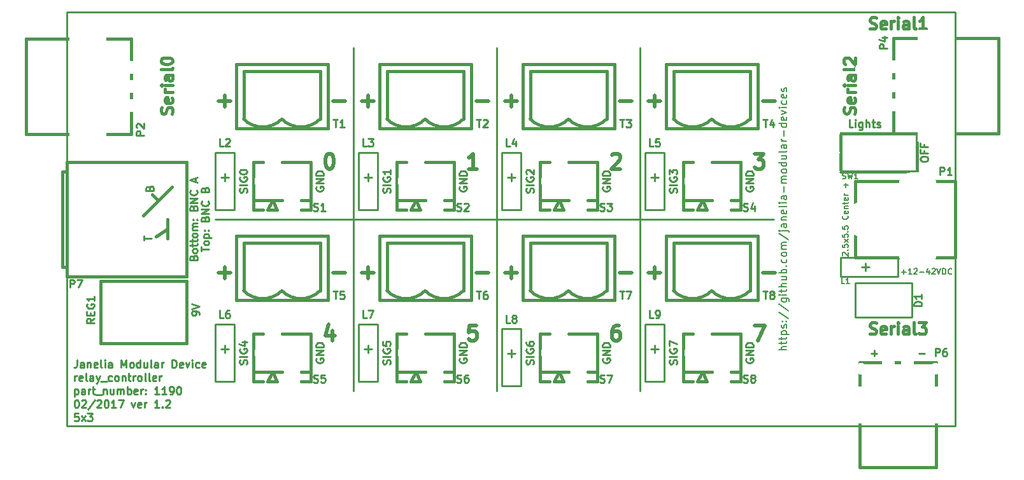
<source format=gto>
G04 #@! TF.GenerationSoftware,KiCad,Pcbnew,no-vcs-found-7571~57~ubuntu16.04.1*
G04 #@! TF.CreationDate,2017-02-02T13:32:18-05:00*
G04 #@! TF.ProjectId,relay_controller_5x3,72656C61795F636F6E74726F6C6C6572,1.2*
G04 #@! TF.FileFunction,Legend,Top*
G04 #@! TF.FilePolarity,Positive*
%FSLAX46Y46*%
G04 Gerber Fmt 4.6, Leading zero omitted, Abs format (unit mm)*
G04 Created by KiCad (PCBNEW no-vcs-found-7571~57~ubuntu16.04.1) date Thu Feb  2 13:32:18 2017*
%MOMM*%
%LPD*%
G01*
G04 APERTURE LIST*
%ADD10C,0.100000*%
%ADD11C,0.228600*%
%ADD12C,0.254000*%
%ADD13C,0.508000*%
%ADD14C,0.381000*%
%ADD15C,0.190500*%
%ADD16C,3.759200*%
%ADD17O,1.524000X2.540000*%
%ADD18O,2.540000X1.524000*%
%ADD19C,2.540000*%
%ADD20R,1.397000X2.260600*%
%ADD21C,1.778000*%
%ADD22C,1.930400*%
%ADD23O,4.572000X3.556000*%
%ADD24O,4.064000X5.080000*%
%ADD25O,5.080000X3.556000*%
%ADD26O,5.080000X3.048000*%
%ADD27O,2.032000X1.524000*%
%ADD28O,1.524000X2.032000*%
%ADD29O,1.651000X2.159000*%
%ADD30R,4.191000X1.778000*%
%ADD31C,1.600200*%
%ADD32R,5.029200X2.997200*%
%ADD33R,1.778000X4.191000*%
%ADD34R,2.997200X5.029200*%
%ADD35R,5.160000X4.000000*%
%ADD36R,1.640000X1.800000*%
G04 APERTURE END LIST*
D10*
D11*
X131445000Y-102870000D02*
X113030000Y-102870000D01*
X169545000Y-102870000D02*
X187325000Y-102870000D01*
X169545000Y-102870000D02*
X169545000Y-125730000D01*
X150495000Y-102870000D02*
X150495000Y-125730000D01*
X169545000Y-80010000D02*
X169545000Y-80645000D01*
X169545000Y-102870000D02*
X169545000Y-80010000D01*
X150495000Y-102870000D02*
X169545000Y-102870000D01*
X150495000Y-102870000D02*
X150495000Y-80010000D01*
X131445000Y-102870000D02*
X150495000Y-102870000D01*
X131445000Y-125730000D02*
X131445000Y-102870000D01*
X131445000Y-102870000D02*
X131445000Y-80010000D01*
D12*
X155351238Y-99314000D02*
X155399619Y-99168857D01*
X155399619Y-98926952D01*
X155351238Y-98830190D01*
X155302857Y-98781809D01*
X155206095Y-98733428D01*
X155109333Y-98733428D01*
X155012571Y-98781809D01*
X154964190Y-98830190D01*
X154915809Y-98926952D01*
X154867428Y-99120476D01*
X154819047Y-99217238D01*
X154770666Y-99265619D01*
X154673904Y-99314000D01*
X154577142Y-99314000D01*
X154480380Y-99265619D01*
X154432000Y-99217238D01*
X154383619Y-99120476D01*
X154383619Y-98878571D01*
X154432000Y-98733428D01*
X155399619Y-98298000D02*
X154383619Y-98298000D01*
X154432000Y-97282000D02*
X154383619Y-97378761D01*
X154383619Y-97523904D01*
X154432000Y-97669047D01*
X154528761Y-97765809D01*
X154625523Y-97814190D01*
X154819047Y-97862571D01*
X154964190Y-97862571D01*
X155157714Y-97814190D01*
X155254476Y-97765809D01*
X155351238Y-97669047D01*
X155399619Y-97523904D01*
X155399619Y-97427142D01*
X155351238Y-97282000D01*
X155302857Y-97233619D01*
X154964190Y-97233619D01*
X154964190Y-97427142D01*
X154480380Y-96846571D02*
X154432000Y-96798190D01*
X154383619Y-96701428D01*
X154383619Y-96459523D01*
X154432000Y-96362761D01*
X154480380Y-96314380D01*
X154577142Y-96266000D01*
X154673904Y-96266000D01*
X154819047Y-96314380D01*
X155399619Y-96894952D01*
X155399619Y-96266000D01*
X174401238Y-99314000D02*
X174449619Y-99168857D01*
X174449619Y-98926952D01*
X174401238Y-98830190D01*
X174352857Y-98781809D01*
X174256095Y-98733428D01*
X174159333Y-98733428D01*
X174062571Y-98781809D01*
X174014190Y-98830190D01*
X173965809Y-98926952D01*
X173917428Y-99120476D01*
X173869047Y-99217238D01*
X173820666Y-99265619D01*
X173723904Y-99314000D01*
X173627142Y-99314000D01*
X173530380Y-99265619D01*
X173482000Y-99217238D01*
X173433619Y-99120476D01*
X173433619Y-98878571D01*
X173482000Y-98733428D01*
X174449619Y-98298000D02*
X173433619Y-98298000D01*
X173482000Y-97282000D02*
X173433619Y-97378761D01*
X173433619Y-97523904D01*
X173482000Y-97669047D01*
X173578761Y-97765809D01*
X173675523Y-97814190D01*
X173869047Y-97862571D01*
X174014190Y-97862571D01*
X174207714Y-97814190D01*
X174304476Y-97765809D01*
X174401238Y-97669047D01*
X174449619Y-97523904D01*
X174449619Y-97427142D01*
X174401238Y-97282000D01*
X174352857Y-97233619D01*
X174014190Y-97233619D01*
X174014190Y-97427142D01*
X173433619Y-96894952D02*
X173433619Y-96266000D01*
X173820666Y-96604666D01*
X173820666Y-96459523D01*
X173869047Y-96362761D01*
X173917428Y-96314380D01*
X174014190Y-96266000D01*
X174256095Y-96266000D01*
X174352857Y-96314380D01*
X174401238Y-96362761D01*
X174449619Y-96459523D01*
X174449619Y-96749809D01*
X174401238Y-96846571D01*
X174352857Y-96894952D01*
X174401238Y-122174000D02*
X174449619Y-122028857D01*
X174449619Y-121786952D01*
X174401238Y-121690190D01*
X174352857Y-121641809D01*
X174256095Y-121593428D01*
X174159333Y-121593428D01*
X174062571Y-121641809D01*
X174014190Y-121690190D01*
X173965809Y-121786952D01*
X173917428Y-121980476D01*
X173869047Y-122077238D01*
X173820666Y-122125619D01*
X173723904Y-122174000D01*
X173627142Y-122174000D01*
X173530380Y-122125619D01*
X173482000Y-122077238D01*
X173433619Y-121980476D01*
X173433619Y-121738571D01*
X173482000Y-121593428D01*
X174449619Y-121158000D02*
X173433619Y-121158000D01*
X173482000Y-120142000D02*
X173433619Y-120238761D01*
X173433619Y-120383904D01*
X173482000Y-120529047D01*
X173578761Y-120625809D01*
X173675523Y-120674190D01*
X173869047Y-120722571D01*
X174014190Y-120722571D01*
X174207714Y-120674190D01*
X174304476Y-120625809D01*
X174401238Y-120529047D01*
X174449619Y-120383904D01*
X174449619Y-120287142D01*
X174401238Y-120142000D01*
X174352857Y-120093619D01*
X174014190Y-120093619D01*
X174014190Y-120287142D01*
X173433619Y-119754952D02*
X173433619Y-119077619D01*
X174449619Y-119513047D01*
X155351238Y-122174000D02*
X155399619Y-122028857D01*
X155399619Y-121786952D01*
X155351238Y-121690190D01*
X155302857Y-121641809D01*
X155206095Y-121593428D01*
X155109333Y-121593428D01*
X155012571Y-121641809D01*
X154964190Y-121690190D01*
X154915809Y-121786952D01*
X154867428Y-121980476D01*
X154819047Y-122077238D01*
X154770666Y-122125619D01*
X154673904Y-122174000D01*
X154577142Y-122174000D01*
X154480380Y-122125619D01*
X154432000Y-122077238D01*
X154383619Y-121980476D01*
X154383619Y-121738571D01*
X154432000Y-121593428D01*
X155399619Y-121158000D02*
X154383619Y-121158000D01*
X154432000Y-120142000D02*
X154383619Y-120238761D01*
X154383619Y-120383904D01*
X154432000Y-120529047D01*
X154528761Y-120625809D01*
X154625523Y-120674190D01*
X154819047Y-120722571D01*
X154964190Y-120722571D01*
X155157714Y-120674190D01*
X155254476Y-120625809D01*
X155351238Y-120529047D01*
X155399619Y-120383904D01*
X155399619Y-120287142D01*
X155351238Y-120142000D01*
X155302857Y-120093619D01*
X154964190Y-120093619D01*
X154964190Y-120287142D01*
X154383619Y-119222761D02*
X154383619Y-119416285D01*
X154432000Y-119513047D01*
X154480380Y-119561428D01*
X154625523Y-119658190D01*
X154819047Y-119706571D01*
X155206095Y-119706571D01*
X155302857Y-119658190D01*
X155351238Y-119609809D01*
X155399619Y-119513047D01*
X155399619Y-119319523D01*
X155351238Y-119222761D01*
X155302857Y-119174380D01*
X155206095Y-119126000D01*
X154964190Y-119126000D01*
X154867428Y-119174380D01*
X154819047Y-119222761D01*
X154770666Y-119319523D01*
X154770666Y-119513047D01*
X154819047Y-119609809D01*
X154867428Y-119658190D01*
X154964190Y-119706571D01*
X136301238Y-122174000D02*
X136349619Y-122028857D01*
X136349619Y-121786952D01*
X136301238Y-121690190D01*
X136252857Y-121641809D01*
X136156095Y-121593428D01*
X136059333Y-121593428D01*
X135962571Y-121641809D01*
X135914190Y-121690190D01*
X135865809Y-121786952D01*
X135817428Y-121980476D01*
X135769047Y-122077238D01*
X135720666Y-122125619D01*
X135623904Y-122174000D01*
X135527142Y-122174000D01*
X135430380Y-122125619D01*
X135382000Y-122077238D01*
X135333619Y-121980476D01*
X135333619Y-121738571D01*
X135382000Y-121593428D01*
X136349619Y-121158000D02*
X135333619Y-121158000D01*
X135382000Y-120142000D02*
X135333619Y-120238761D01*
X135333619Y-120383904D01*
X135382000Y-120529047D01*
X135478761Y-120625809D01*
X135575523Y-120674190D01*
X135769047Y-120722571D01*
X135914190Y-120722571D01*
X136107714Y-120674190D01*
X136204476Y-120625809D01*
X136301238Y-120529047D01*
X136349619Y-120383904D01*
X136349619Y-120287142D01*
X136301238Y-120142000D01*
X136252857Y-120093619D01*
X135914190Y-120093619D01*
X135914190Y-120287142D01*
X135333619Y-119174380D02*
X135333619Y-119658190D01*
X135817428Y-119706571D01*
X135769047Y-119658190D01*
X135720666Y-119561428D01*
X135720666Y-119319523D01*
X135769047Y-119222761D01*
X135817428Y-119174380D01*
X135914190Y-119126000D01*
X136156095Y-119126000D01*
X136252857Y-119174380D01*
X136301238Y-119222761D01*
X136349619Y-119319523D01*
X136349619Y-119561428D01*
X136301238Y-119658190D01*
X136252857Y-119706571D01*
X183642000Y-121424095D02*
X183593619Y-121520857D01*
X183593619Y-121666000D01*
X183642000Y-121811142D01*
X183738761Y-121907904D01*
X183835523Y-121956285D01*
X184029047Y-122004666D01*
X184174190Y-122004666D01*
X184367714Y-121956285D01*
X184464476Y-121907904D01*
X184561238Y-121811142D01*
X184609619Y-121666000D01*
X184609619Y-121569238D01*
X184561238Y-121424095D01*
X184512857Y-121375714D01*
X184174190Y-121375714D01*
X184174190Y-121569238D01*
X184609619Y-120940285D02*
X183593619Y-120940285D01*
X184609619Y-120359714D01*
X183593619Y-120359714D01*
X184609619Y-119875904D02*
X183593619Y-119875904D01*
X183593619Y-119634000D01*
X183642000Y-119488857D01*
X183738761Y-119392095D01*
X183835523Y-119343714D01*
X184029047Y-119295333D01*
X184174190Y-119295333D01*
X184367714Y-119343714D01*
X184464476Y-119392095D01*
X184561238Y-119488857D01*
X184609619Y-119634000D01*
X184609619Y-119875904D01*
X164592000Y-121424095D02*
X164543619Y-121520857D01*
X164543619Y-121666000D01*
X164592000Y-121811142D01*
X164688761Y-121907904D01*
X164785523Y-121956285D01*
X164979047Y-122004666D01*
X165124190Y-122004666D01*
X165317714Y-121956285D01*
X165414476Y-121907904D01*
X165511238Y-121811142D01*
X165559619Y-121666000D01*
X165559619Y-121569238D01*
X165511238Y-121424095D01*
X165462857Y-121375714D01*
X165124190Y-121375714D01*
X165124190Y-121569238D01*
X165559619Y-120940285D02*
X164543619Y-120940285D01*
X165559619Y-120359714D01*
X164543619Y-120359714D01*
X165559619Y-119875904D02*
X164543619Y-119875904D01*
X164543619Y-119634000D01*
X164592000Y-119488857D01*
X164688761Y-119392095D01*
X164785523Y-119343714D01*
X164979047Y-119295333D01*
X165124190Y-119295333D01*
X165317714Y-119343714D01*
X165414476Y-119392095D01*
X165511238Y-119488857D01*
X165559619Y-119634000D01*
X165559619Y-119875904D01*
X183642000Y-98564095D02*
X183593619Y-98660857D01*
X183593619Y-98806000D01*
X183642000Y-98951142D01*
X183738761Y-99047904D01*
X183835523Y-99096285D01*
X184029047Y-99144666D01*
X184174190Y-99144666D01*
X184367714Y-99096285D01*
X184464476Y-99047904D01*
X184561238Y-98951142D01*
X184609619Y-98806000D01*
X184609619Y-98709238D01*
X184561238Y-98564095D01*
X184512857Y-98515714D01*
X184174190Y-98515714D01*
X184174190Y-98709238D01*
X184609619Y-98080285D02*
X183593619Y-98080285D01*
X184609619Y-97499714D01*
X183593619Y-97499714D01*
X184609619Y-97015904D02*
X183593619Y-97015904D01*
X183593619Y-96774000D01*
X183642000Y-96628857D01*
X183738761Y-96532095D01*
X183835523Y-96483714D01*
X184029047Y-96435333D01*
X184174190Y-96435333D01*
X184367714Y-96483714D01*
X184464476Y-96532095D01*
X184561238Y-96628857D01*
X184609619Y-96774000D01*
X184609619Y-97015904D01*
X164592000Y-98564095D02*
X164543619Y-98660857D01*
X164543619Y-98806000D01*
X164592000Y-98951142D01*
X164688761Y-99047904D01*
X164785523Y-99096285D01*
X164979047Y-99144666D01*
X165124190Y-99144666D01*
X165317714Y-99096285D01*
X165414476Y-99047904D01*
X165511238Y-98951142D01*
X165559619Y-98806000D01*
X165559619Y-98709238D01*
X165511238Y-98564095D01*
X165462857Y-98515714D01*
X165124190Y-98515714D01*
X165124190Y-98709238D01*
X165559619Y-98080285D02*
X164543619Y-98080285D01*
X165559619Y-97499714D01*
X164543619Y-97499714D01*
X165559619Y-97015904D02*
X164543619Y-97015904D01*
X164543619Y-96774000D01*
X164592000Y-96628857D01*
X164688761Y-96532095D01*
X164785523Y-96483714D01*
X164979047Y-96435333D01*
X165124190Y-96435333D01*
X165317714Y-96483714D01*
X165414476Y-96532095D01*
X165511238Y-96628857D01*
X165559619Y-96774000D01*
X165559619Y-97015904D01*
X145542000Y-121424095D02*
X145493619Y-121520857D01*
X145493619Y-121666000D01*
X145542000Y-121811142D01*
X145638761Y-121907904D01*
X145735523Y-121956285D01*
X145929047Y-122004666D01*
X146074190Y-122004666D01*
X146267714Y-121956285D01*
X146364476Y-121907904D01*
X146461238Y-121811142D01*
X146509619Y-121666000D01*
X146509619Y-121569238D01*
X146461238Y-121424095D01*
X146412857Y-121375714D01*
X146074190Y-121375714D01*
X146074190Y-121569238D01*
X146509619Y-120940285D02*
X145493619Y-120940285D01*
X146509619Y-120359714D01*
X145493619Y-120359714D01*
X146509619Y-119875904D02*
X145493619Y-119875904D01*
X145493619Y-119634000D01*
X145542000Y-119488857D01*
X145638761Y-119392095D01*
X145735523Y-119343714D01*
X145929047Y-119295333D01*
X146074190Y-119295333D01*
X146267714Y-119343714D01*
X146364476Y-119392095D01*
X146461238Y-119488857D01*
X146509619Y-119634000D01*
X146509619Y-119875904D01*
X126492000Y-121424095D02*
X126443619Y-121520857D01*
X126443619Y-121666000D01*
X126492000Y-121811142D01*
X126588761Y-121907904D01*
X126685523Y-121956285D01*
X126879047Y-122004666D01*
X127024190Y-122004666D01*
X127217714Y-121956285D01*
X127314476Y-121907904D01*
X127411238Y-121811142D01*
X127459619Y-121666000D01*
X127459619Y-121569238D01*
X127411238Y-121424095D01*
X127362857Y-121375714D01*
X127024190Y-121375714D01*
X127024190Y-121569238D01*
X127459619Y-120940285D02*
X126443619Y-120940285D01*
X127459619Y-120359714D01*
X126443619Y-120359714D01*
X127459619Y-119875904D02*
X126443619Y-119875904D01*
X126443619Y-119634000D01*
X126492000Y-119488857D01*
X126588761Y-119392095D01*
X126685523Y-119343714D01*
X126879047Y-119295333D01*
X127024190Y-119295333D01*
X127217714Y-119343714D01*
X127314476Y-119392095D01*
X127411238Y-119488857D01*
X127459619Y-119634000D01*
X127459619Y-119875904D01*
X117251238Y-122174000D02*
X117299619Y-122028857D01*
X117299619Y-121786952D01*
X117251238Y-121690190D01*
X117202857Y-121641809D01*
X117106095Y-121593428D01*
X117009333Y-121593428D01*
X116912571Y-121641809D01*
X116864190Y-121690190D01*
X116815809Y-121786952D01*
X116767428Y-121980476D01*
X116719047Y-122077238D01*
X116670666Y-122125619D01*
X116573904Y-122174000D01*
X116477142Y-122174000D01*
X116380380Y-122125619D01*
X116332000Y-122077238D01*
X116283619Y-121980476D01*
X116283619Y-121738571D01*
X116332000Y-121593428D01*
X117299619Y-121158000D02*
X116283619Y-121158000D01*
X116332000Y-120142000D02*
X116283619Y-120238761D01*
X116283619Y-120383904D01*
X116332000Y-120529047D01*
X116428761Y-120625809D01*
X116525523Y-120674190D01*
X116719047Y-120722571D01*
X116864190Y-120722571D01*
X117057714Y-120674190D01*
X117154476Y-120625809D01*
X117251238Y-120529047D01*
X117299619Y-120383904D01*
X117299619Y-120287142D01*
X117251238Y-120142000D01*
X117202857Y-120093619D01*
X116864190Y-120093619D01*
X116864190Y-120287142D01*
X116622285Y-119222761D02*
X117299619Y-119222761D01*
X116235238Y-119464666D02*
X116960952Y-119706571D01*
X116960952Y-119077619D01*
X136301238Y-99314000D02*
X136349619Y-99168857D01*
X136349619Y-98926952D01*
X136301238Y-98830190D01*
X136252857Y-98781809D01*
X136156095Y-98733428D01*
X136059333Y-98733428D01*
X135962571Y-98781809D01*
X135914190Y-98830190D01*
X135865809Y-98926952D01*
X135817428Y-99120476D01*
X135769047Y-99217238D01*
X135720666Y-99265619D01*
X135623904Y-99314000D01*
X135527142Y-99314000D01*
X135430380Y-99265619D01*
X135382000Y-99217238D01*
X135333619Y-99120476D01*
X135333619Y-98878571D01*
X135382000Y-98733428D01*
X136349619Y-98298000D02*
X135333619Y-98298000D01*
X135382000Y-97282000D02*
X135333619Y-97378761D01*
X135333619Y-97523904D01*
X135382000Y-97669047D01*
X135478761Y-97765809D01*
X135575523Y-97814190D01*
X135769047Y-97862571D01*
X135914190Y-97862571D01*
X136107714Y-97814190D01*
X136204476Y-97765809D01*
X136301238Y-97669047D01*
X136349619Y-97523904D01*
X136349619Y-97427142D01*
X136301238Y-97282000D01*
X136252857Y-97233619D01*
X135914190Y-97233619D01*
X135914190Y-97427142D01*
X136349619Y-96266000D02*
X136349619Y-96846571D01*
X136349619Y-96556285D02*
X135333619Y-96556285D01*
X135478761Y-96653047D01*
X135575523Y-96749809D01*
X135623904Y-96846571D01*
X117251238Y-99314000D02*
X117299619Y-99168857D01*
X117299619Y-98926952D01*
X117251238Y-98830190D01*
X117202857Y-98781809D01*
X117106095Y-98733428D01*
X117009333Y-98733428D01*
X116912571Y-98781809D01*
X116864190Y-98830190D01*
X116815809Y-98926952D01*
X116767428Y-99120476D01*
X116719047Y-99217238D01*
X116670666Y-99265619D01*
X116573904Y-99314000D01*
X116477142Y-99314000D01*
X116380380Y-99265619D01*
X116332000Y-99217238D01*
X116283619Y-99120476D01*
X116283619Y-98878571D01*
X116332000Y-98733428D01*
X117299619Y-98298000D02*
X116283619Y-98298000D01*
X116332000Y-97282000D02*
X116283619Y-97378761D01*
X116283619Y-97523904D01*
X116332000Y-97669047D01*
X116428761Y-97765809D01*
X116525523Y-97814190D01*
X116719047Y-97862571D01*
X116864190Y-97862571D01*
X117057714Y-97814190D01*
X117154476Y-97765809D01*
X117251238Y-97669047D01*
X117299619Y-97523904D01*
X117299619Y-97427142D01*
X117251238Y-97282000D01*
X117202857Y-97233619D01*
X116864190Y-97233619D01*
X116864190Y-97427142D01*
X116283619Y-96604666D02*
X116283619Y-96507904D01*
X116332000Y-96411142D01*
X116380380Y-96362761D01*
X116477142Y-96314380D01*
X116670666Y-96266000D01*
X116912571Y-96266000D01*
X117106095Y-96314380D01*
X117202857Y-96362761D01*
X117251238Y-96411142D01*
X117299619Y-96507904D01*
X117299619Y-96604666D01*
X117251238Y-96701428D01*
X117202857Y-96749809D01*
X117106095Y-96798190D01*
X116912571Y-96846571D01*
X116670666Y-96846571D01*
X116477142Y-96798190D01*
X116380380Y-96749809D01*
X116332000Y-96701428D01*
X116283619Y-96604666D01*
X145542000Y-98564095D02*
X145493619Y-98660857D01*
X145493619Y-98806000D01*
X145542000Y-98951142D01*
X145638761Y-99047904D01*
X145735523Y-99096285D01*
X145929047Y-99144666D01*
X146074190Y-99144666D01*
X146267714Y-99096285D01*
X146364476Y-99047904D01*
X146461238Y-98951142D01*
X146509619Y-98806000D01*
X146509619Y-98709238D01*
X146461238Y-98564095D01*
X146412857Y-98515714D01*
X146074190Y-98515714D01*
X146074190Y-98709238D01*
X146509619Y-98080285D02*
X145493619Y-98080285D01*
X146509619Y-97499714D01*
X145493619Y-97499714D01*
X146509619Y-97015904D02*
X145493619Y-97015904D01*
X145493619Y-96774000D01*
X145542000Y-96628857D01*
X145638761Y-96532095D01*
X145735523Y-96483714D01*
X145929047Y-96435333D01*
X146074190Y-96435333D01*
X146267714Y-96483714D01*
X146364476Y-96532095D01*
X146461238Y-96628857D01*
X146509619Y-96774000D01*
X146509619Y-97015904D01*
X126492000Y-98564095D02*
X126443619Y-98660857D01*
X126443619Y-98806000D01*
X126492000Y-98951142D01*
X126588761Y-99047904D01*
X126685523Y-99096285D01*
X126879047Y-99144666D01*
X127024190Y-99144666D01*
X127217714Y-99096285D01*
X127314476Y-99047904D01*
X127411238Y-98951142D01*
X127459619Y-98806000D01*
X127459619Y-98709238D01*
X127411238Y-98564095D01*
X127362857Y-98515714D01*
X127024190Y-98515714D01*
X127024190Y-98709238D01*
X127459619Y-98080285D02*
X126443619Y-98080285D01*
X127459619Y-97499714D01*
X126443619Y-97499714D01*
X127459619Y-97015904D02*
X126443619Y-97015904D01*
X126443619Y-96774000D01*
X126492000Y-96628857D01*
X126588761Y-96532095D01*
X126685523Y-96483714D01*
X126879047Y-96435333D01*
X127024190Y-96435333D01*
X127217714Y-96483714D01*
X127314476Y-96532095D01*
X127411238Y-96628857D01*
X127459619Y-96774000D01*
X127459619Y-97015904D01*
D13*
X185915904Y-110000142D02*
X187464095Y-110000142D01*
X166865904Y-110000142D02*
X168414095Y-110000142D01*
X147815904Y-110000142D02*
X149364095Y-110000142D01*
X128765904Y-110000142D02*
X130314095Y-110000142D01*
X170675904Y-110000142D02*
X172224095Y-110000142D01*
X171450000Y-110774238D02*
X171450000Y-109226047D01*
X151625904Y-110000142D02*
X153174095Y-110000142D01*
X152400000Y-110774238D02*
X152400000Y-109226047D01*
X132575904Y-110000142D02*
X134124095Y-110000142D01*
X133350000Y-110774238D02*
X133350000Y-109226047D01*
X113525904Y-110000142D02*
X115074095Y-110000142D01*
X114300000Y-110774238D02*
X114300000Y-109226047D01*
X185915904Y-87140142D02*
X187464095Y-87140142D01*
X166865904Y-87140142D02*
X168414095Y-87140142D01*
X147815904Y-87140142D02*
X149364095Y-87140142D01*
X170675904Y-87140142D02*
X172224095Y-87140142D01*
X171450000Y-87914238D02*
X171450000Y-86366047D01*
X151625904Y-87140142D02*
X153174095Y-87140142D01*
X152400000Y-87914238D02*
X152400000Y-86366047D01*
X132575904Y-87140142D02*
X134124095Y-87140142D01*
X133350000Y-87914238D02*
X133350000Y-86366047D01*
X128765904Y-87140142D02*
X130314095Y-87140142D01*
X113525904Y-87140142D02*
X115074095Y-87140142D01*
X114300000Y-87914238D02*
X114300000Y-86366047D01*
X184742666Y-94137238D02*
X186000571Y-94137238D01*
X185323238Y-94911333D01*
X185613523Y-94911333D01*
X185807047Y-95008095D01*
X185903809Y-95104857D01*
X186000571Y-95298380D01*
X186000571Y-95782190D01*
X185903809Y-95975714D01*
X185807047Y-96072476D01*
X185613523Y-96169238D01*
X185032952Y-96169238D01*
X184839428Y-96072476D01*
X184742666Y-95975714D01*
X165789428Y-94330761D02*
X165886190Y-94234000D01*
X166079714Y-94137238D01*
X166563523Y-94137238D01*
X166757047Y-94234000D01*
X166853809Y-94330761D01*
X166950571Y-94524285D01*
X166950571Y-94717809D01*
X166853809Y-95008095D01*
X165692666Y-96169238D01*
X166950571Y-96169238D01*
X147900571Y-96169238D02*
X146739428Y-96169238D01*
X147320000Y-96169238D02*
X147320000Y-94137238D01*
X147126476Y-94427523D01*
X146932952Y-94621047D01*
X146739428Y-94717809D01*
X128657047Y-117674571D02*
X128657047Y-119029238D01*
X128173238Y-116900476D02*
X127689428Y-118351904D01*
X128947333Y-118351904D01*
X184742666Y-116997238D02*
X186097333Y-116997238D01*
X185226476Y-119029238D01*
X166757047Y-116997238D02*
X166370000Y-116997238D01*
X166176476Y-117094000D01*
X166079714Y-117190761D01*
X165886190Y-117481047D01*
X165789428Y-117868095D01*
X165789428Y-118642190D01*
X165886190Y-118835714D01*
X165982952Y-118932476D01*
X166176476Y-119029238D01*
X166563523Y-119029238D01*
X166757047Y-118932476D01*
X166853809Y-118835714D01*
X166950571Y-118642190D01*
X166950571Y-118158380D01*
X166853809Y-117964857D01*
X166757047Y-117868095D01*
X166563523Y-117771333D01*
X166176476Y-117771333D01*
X165982952Y-117868095D01*
X165886190Y-117964857D01*
X165789428Y-118158380D01*
X147803809Y-116997238D02*
X146836190Y-116997238D01*
X146739428Y-117964857D01*
X146836190Y-117868095D01*
X147029714Y-117771333D01*
X147513523Y-117771333D01*
X147707047Y-117868095D01*
X147803809Y-117964857D01*
X147900571Y-118158380D01*
X147900571Y-118642190D01*
X147803809Y-118835714D01*
X147707047Y-118932476D01*
X147513523Y-119029238D01*
X147029714Y-119029238D01*
X146836190Y-118932476D01*
X146739428Y-118835714D01*
X128173238Y-94137238D02*
X128366761Y-94137238D01*
X128560285Y-94234000D01*
X128657047Y-94330761D01*
X128753809Y-94524285D01*
X128850571Y-94911333D01*
X128850571Y-95395142D01*
X128753809Y-95782190D01*
X128657047Y-95975714D01*
X128560285Y-96072476D01*
X128366761Y-96169238D01*
X128173238Y-96169238D01*
X127979714Y-96072476D01*
X127882952Y-95975714D01*
X127786190Y-95782190D01*
X127689428Y-95395142D01*
X127689428Y-94911333D01*
X127786190Y-94524285D01*
X127882952Y-94330761D01*
X127979714Y-94234000D01*
X128173238Y-94137238D01*
D12*
X206622952Y-120722571D02*
X207397047Y-120722571D01*
X200272952Y-120722571D02*
X201047047Y-120722571D01*
X200660000Y-121109619D02*
X200660000Y-120335523D01*
X197841809Y-90629619D02*
X197358000Y-90629619D01*
X197358000Y-89613619D01*
X198180476Y-90629619D02*
X198180476Y-89952285D01*
X198180476Y-89613619D02*
X198132095Y-89662000D01*
X198180476Y-89710380D01*
X198228857Y-89662000D01*
X198180476Y-89613619D01*
X198180476Y-89710380D01*
X199099714Y-89952285D02*
X199099714Y-90774761D01*
X199051333Y-90871523D01*
X199002952Y-90919904D01*
X198906190Y-90968285D01*
X198761047Y-90968285D01*
X198664285Y-90919904D01*
X199099714Y-90581238D02*
X199002952Y-90629619D01*
X198809428Y-90629619D01*
X198712666Y-90581238D01*
X198664285Y-90532857D01*
X198615904Y-90436095D01*
X198615904Y-90145809D01*
X198664285Y-90049047D01*
X198712666Y-90000666D01*
X198809428Y-89952285D01*
X199002952Y-89952285D01*
X199099714Y-90000666D01*
X199583523Y-90629619D02*
X199583523Y-89613619D01*
X200018952Y-90629619D02*
X200018952Y-90097428D01*
X199970571Y-90000666D01*
X199873809Y-89952285D01*
X199728666Y-89952285D01*
X199631904Y-90000666D01*
X199583523Y-90049047D01*
X200357619Y-89952285D02*
X200744666Y-89952285D01*
X200502761Y-89613619D02*
X200502761Y-90484476D01*
X200551142Y-90581238D01*
X200647904Y-90629619D01*
X200744666Y-90629619D01*
X201034952Y-90581238D02*
X201131714Y-90629619D01*
X201325238Y-90629619D01*
X201422000Y-90581238D01*
X201470380Y-90484476D01*
X201470380Y-90436095D01*
X201422000Y-90339333D01*
X201325238Y-90290952D01*
X201180095Y-90290952D01*
X201083333Y-90242571D01*
X201034952Y-90145809D01*
X201034952Y-90097428D01*
X201083333Y-90000666D01*
X201180095Y-89952285D01*
X201325238Y-89952285D01*
X201422000Y-90000666D01*
D14*
X200097571Y-118091857D02*
X200315285Y-118164428D01*
X200678142Y-118164428D01*
X200823285Y-118091857D01*
X200895857Y-118019285D01*
X200968428Y-117874142D01*
X200968428Y-117729000D01*
X200895857Y-117583857D01*
X200823285Y-117511285D01*
X200678142Y-117438714D01*
X200387857Y-117366142D01*
X200242714Y-117293571D01*
X200170142Y-117221000D01*
X200097571Y-117075857D01*
X200097571Y-116930714D01*
X200170142Y-116785571D01*
X200242714Y-116713000D01*
X200387857Y-116640428D01*
X200750714Y-116640428D01*
X200968428Y-116713000D01*
X202202142Y-118091857D02*
X202057000Y-118164428D01*
X201766714Y-118164428D01*
X201621571Y-118091857D01*
X201549000Y-117946714D01*
X201549000Y-117366142D01*
X201621571Y-117221000D01*
X201766714Y-117148428D01*
X202057000Y-117148428D01*
X202202142Y-117221000D01*
X202274714Y-117366142D01*
X202274714Y-117511285D01*
X201549000Y-117656428D01*
X202927857Y-118164428D02*
X202927857Y-117148428D01*
X202927857Y-117438714D02*
X203000428Y-117293571D01*
X203073000Y-117221000D01*
X203218142Y-117148428D01*
X203363285Y-117148428D01*
X203871285Y-118164428D02*
X203871285Y-117148428D01*
X203871285Y-116640428D02*
X203798714Y-116713000D01*
X203871285Y-116785571D01*
X203943857Y-116713000D01*
X203871285Y-116640428D01*
X203871285Y-116785571D01*
X205250142Y-118164428D02*
X205250142Y-117366142D01*
X205177571Y-117221000D01*
X205032428Y-117148428D01*
X204742142Y-117148428D01*
X204597000Y-117221000D01*
X205250142Y-118091857D02*
X205105000Y-118164428D01*
X204742142Y-118164428D01*
X204597000Y-118091857D01*
X204524428Y-117946714D01*
X204524428Y-117801571D01*
X204597000Y-117656428D01*
X204742142Y-117583857D01*
X205105000Y-117583857D01*
X205250142Y-117511285D01*
X206193571Y-118164428D02*
X206048428Y-118091857D01*
X205975857Y-117946714D01*
X205975857Y-116640428D01*
X206629000Y-116640428D02*
X207572428Y-116640428D01*
X207064428Y-117221000D01*
X207282142Y-117221000D01*
X207427285Y-117293571D01*
X207499857Y-117366142D01*
X207572428Y-117511285D01*
X207572428Y-117874142D01*
X207499857Y-118019285D01*
X207427285Y-118091857D01*
X207282142Y-118164428D01*
X206846714Y-118164428D01*
X206701571Y-118091857D01*
X206629000Y-118019285D01*
X198101857Y-88827428D02*
X198174428Y-88609714D01*
X198174428Y-88246857D01*
X198101857Y-88101714D01*
X198029285Y-88029142D01*
X197884142Y-87956571D01*
X197739000Y-87956571D01*
X197593857Y-88029142D01*
X197521285Y-88101714D01*
X197448714Y-88246857D01*
X197376142Y-88537142D01*
X197303571Y-88682285D01*
X197231000Y-88754857D01*
X197085857Y-88827428D01*
X196940714Y-88827428D01*
X196795571Y-88754857D01*
X196723000Y-88682285D01*
X196650428Y-88537142D01*
X196650428Y-88174285D01*
X196723000Y-87956571D01*
X198101857Y-86722857D02*
X198174428Y-86868000D01*
X198174428Y-87158285D01*
X198101857Y-87303428D01*
X197956714Y-87376000D01*
X197376142Y-87376000D01*
X197231000Y-87303428D01*
X197158428Y-87158285D01*
X197158428Y-86868000D01*
X197231000Y-86722857D01*
X197376142Y-86650285D01*
X197521285Y-86650285D01*
X197666428Y-87376000D01*
X198174428Y-85997142D02*
X197158428Y-85997142D01*
X197448714Y-85997142D02*
X197303571Y-85924571D01*
X197231000Y-85852000D01*
X197158428Y-85706857D01*
X197158428Y-85561714D01*
X198174428Y-85053714D02*
X197158428Y-85053714D01*
X196650428Y-85053714D02*
X196723000Y-85126285D01*
X196795571Y-85053714D01*
X196723000Y-84981142D01*
X196650428Y-85053714D01*
X196795571Y-85053714D01*
X198174428Y-83674857D02*
X197376142Y-83674857D01*
X197231000Y-83747428D01*
X197158428Y-83892571D01*
X197158428Y-84182857D01*
X197231000Y-84328000D01*
X198101857Y-83674857D02*
X198174428Y-83820000D01*
X198174428Y-84182857D01*
X198101857Y-84328000D01*
X197956714Y-84400571D01*
X197811571Y-84400571D01*
X197666428Y-84328000D01*
X197593857Y-84182857D01*
X197593857Y-83820000D01*
X197521285Y-83674857D01*
X198174428Y-82731428D02*
X198101857Y-82876571D01*
X197956714Y-82949142D01*
X196650428Y-82949142D01*
X196795571Y-82223428D02*
X196723000Y-82150857D01*
X196650428Y-82005714D01*
X196650428Y-81642857D01*
X196723000Y-81497714D01*
X196795571Y-81425142D01*
X196940714Y-81352571D01*
X197085857Y-81352571D01*
X197303571Y-81425142D01*
X198174428Y-82296000D01*
X198174428Y-81352571D01*
X200097571Y-77451857D02*
X200315285Y-77524428D01*
X200678142Y-77524428D01*
X200823285Y-77451857D01*
X200895857Y-77379285D01*
X200968428Y-77234142D01*
X200968428Y-77089000D01*
X200895857Y-76943857D01*
X200823285Y-76871285D01*
X200678142Y-76798714D01*
X200387857Y-76726142D01*
X200242714Y-76653571D01*
X200170142Y-76581000D01*
X200097571Y-76435857D01*
X200097571Y-76290714D01*
X200170142Y-76145571D01*
X200242714Y-76073000D01*
X200387857Y-76000428D01*
X200750714Y-76000428D01*
X200968428Y-76073000D01*
X202202142Y-77451857D02*
X202057000Y-77524428D01*
X201766714Y-77524428D01*
X201621571Y-77451857D01*
X201549000Y-77306714D01*
X201549000Y-76726142D01*
X201621571Y-76581000D01*
X201766714Y-76508428D01*
X202057000Y-76508428D01*
X202202142Y-76581000D01*
X202274714Y-76726142D01*
X202274714Y-76871285D01*
X201549000Y-77016428D01*
X202927857Y-77524428D02*
X202927857Y-76508428D01*
X202927857Y-76798714D02*
X203000428Y-76653571D01*
X203073000Y-76581000D01*
X203218142Y-76508428D01*
X203363285Y-76508428D01*
X203871285Y-77524428D02*
X203871285Y-76508428D01*
X203871285Y-76000428D02*
X203798714Y-76073000D01*
X203871285Y-76145571D01*
X203943857Y-76073000D01*
X203871285Y-76000428D01*
X203871285Y-76145571D01*
X205250142Y-77524428D02*
X205250142Y-76726142D01*
X205177571Y-76581000D01*
X205032428Y-76508428D01*
X204742142Y-76508428D01*
X204597000Y-76581000D01*
X205250142Y-77451857D02*
X205105000Y-77524428D01*
X204742142Y-77524428D01*
X204597000Y-77451857D01*
X204524428Y-77306714D01*
X204524428Y-77161571D01*
X204597000Y-77016428D01*
X204742142Y-76943857D01*
X205105000Y-76943857D01*
X205250142Y-76871285D01*
X206193571Y-77524428D02*
X206048428Y-77451857D01*
X205975857Y-77306714D01*
X205975857Y-76000428D01*
X207572428Y-77524428D02*
X206701571Y-77524428D01*
X207137000Y-77524428D02*
X207137000Y-76000428D01*
X206991857Y-76218142D01*
X206846714Y-76363285D01*
X206701571Y-76435857D01*
X107296857Y-88827428D02*
X107369428Y-88609714D01*
X107369428Y-88246857D01*
X107296857Y-88101714D01*
X107224285Y-88029142D01*
X107079142Y-87956571D01*
X106934000Y-87956571D01*
X106788857Y-88029142D01*
X106716285Y-88101714D01*
X106643714Y-88246857D01*
X106571142Y-88537142D01*
X106498571Y-88682285D01*
X106426000Y-88754857D01*
X106280857Y-88827428D01*
X106135714Y-88827428D01*
X105990571Y-88754857D01*
X105918000Y-88682285D01*
X105845428Y-88537142D01*
X105845428Y-88174285D01*
X105918000Y-87956571D01*
X107296857Y-86722857D02*
X107369428Y-86868000D01*
X107369428Y-87158285D01*
X107296857Y-87303428D01*
X107151714Y-87376000D01*
X106571142Y-87376000D01*
X106426000Y-87303428D01*
X106353428Y-87158285D01*
X106353428Y-86868000D01*
X106426000Y-86722857D01*
X106571142Y-86650285D01*
X106716285Y-86650285D01*
X106861428Y-87376000D01*
X107369428Y-85997142D02*
X106353428Y-85997142D01*
X106643714Y-85997142D02*
X106498571Y-85924571D01*
X106426000Y-85852000D01*
X106353428Y-85706857D01*
X106353428Y-85561714D01*
X107369428Y-85053714D02*
X106353428Y-85053714D01*
X105845428Y-85053714D02*
X105918000Y-85126285D01*
X105990571Y-85053714D01*
X105918000Y-84981142D01*
X105845428Y-85053714D01*
X105990571Y-85053714D01*
X107369428Y-83674857D02*
X106571142Y-83674857D01*
X106426000Y-83747428D01*
X106353428Y-83892571D01*
X106353428Y-84182857D01*
X106426000Y-84328000D01*
X107296857Y-83674857D02*
X107369428Y-83820000D01*
X107369428Y-84182857D01*
X107296857Y-84328000D01*
X107151714Y-84400571D01*
X107006571Y-84400571D01*
X106861428Y-84328000D01*
X106788857Y-84182857D01*
X106788857Y-83820000D01*
X106716285Y-83674857D01*
X107369428Y-82731428D02*
X107296857Y-82876571D01*
X107151714Y-82949142D01*
X105845428Y-82949142D01*
X105845428Y-81860571D02*
X105845428Y-81715428D01*
X105918000Y-81570285D01*
X105990571Y-81497714D01*
X106135714Y-81425142D01*
X106426000Y-81352571D01*
X106788857Y-81352571D01*
X107079142Y-81425142D01*
X107224285Y-81497714D01*
X107296857Y-81570285D01*
X107369428Y-81715428D01*
X107369428Y-81860571D01*
X107296857Y-82005714D01*
X107224285Y-82078285D01*
X107079142Y-82150857D01*
X106788857Y-82223428D01*
X106426000Y-82223428D01*
X106135714Y-82150857D01*
X105990571Y-82078285D01*
X105918000Y-82005714D01*
X105845428Y-81860571D01*
D15*
X196505285Y-107732285D02*
X196469000Y-107696000D01*
X196432714Y-107623428D01*
X196432714Y-107442000D01*
X196469000Y-107369428D01*
X196505285Y-107333142D01*
X196577857Y-107296857D01*
X196650428Y-107296857D01*
X196759285Y-107333142D01*
X197194714Y-107768571D01*
X197194714Y-107296857D01*
X197122142Y-106970285D02*
X197158428Y-106934000D01*
X197194714Y-106970285D01*
X197158428Y-107006571D01*
X197122142Y-106970285D01*
X197194714Y-106970285D01*
X196432714Y-106244571D02*
X196432714Y-106607428D01*
X196795571Y-106643714D01*
X196759285Y-106607428D01*
X196723000Y-106534857D01*
X196723000Y-106353428D01*
X196759285Y-106280857D01*
X196795571Y-106244571D01*
X196868142Y-106208285D01*
X197049571Y-106208285D01*
X197122142Y-106244571D01*
X197158428Y-106280857D01*
X197194714Y-106353428D01*
X197194714Y-106534857D01*
X197158428Y-106607428D01*
X197122142Y-106643714D01*
X197194714Y-105954285D02*
X196686714Y-105555142D01*
X196686714Y-105954285D02*
X197194714Y-105555142D01*
X196432714Y-104902000D02*
X196432714Y-105264857D01*
X196795571Y-105301142D01*
X196759285Y-105264857D01*
X196723000Y-105192285D01*
X196723000Y-105010857D01*
X196759285Y-104938285D01*
X196795571Y-104902000D01*
X196868142Y-104865714D01*
X197049571Y-104865714D01*
X197122142Y-104902000D01*
X197158428Y-104938285D01*
X197194714Y-105010857D01*
X197194714Y-105192285D01*
X197158428Y-105264857D01*
X197122142Y-105301142D01*
X197122142Y-104539142D02*
X197158428Y-104502857D01*
X197194714Y-104539142D01*
X197158428Y-104575428D01*
X197122142Y-104539142D01*
X197194714Y-104539142D01*
X196432714Y-103813428D02*
X196432714Y-104176285D01*
X196795571Y-104212571D01*
X196759285Y-104176285D01*
X196723000Y-104103714D01*
X196723000Y-103922285D01*
X196759285Y-103849714D01*
X196795571Y-103813428D01*
X196868142Y-103777142D01*
X197049571Y-103777142D01*
X197122142Y-103813428D01*
X197158428Y-103849714D01*
X197194714Y-103922285D01*
X197194714Y-104103714D01*
X197158428Y-104176285D01*
X197122142Y-104212571D01*
X197122142Y-102434571D02*
X197158428Y-102470857D01*
X197194714Y-102579714D01*
X197194714Y-102652285D01*
X197158428Y-102761142D01*
X197085857Y-102833714D01*
X197013285Y-102870000D01*
X196868142Y-102906285D01*
X196759285Y-102906285D01*
X196614142Y-102870000D01*
X196541571Y-102833714D01*
X196469000Y-102761142D01*
X196432714Y-102652285D01*
X196432714Y-102579714D01*
X196469000Y-102470857D01*
X196505285Y-102434571D01*
X197158428Y-101817714D02*
X197194714Y-101890285D01*
X197194714Y-102035428D01*
X197158428Y-102108000D01*
X197085857Y-102144285D01*
X196795571Y-102144285D01*
X196723000Y-102108000D01*
X196686714Y-102035428D01*
X196686714Y-101890285D01*
X196723000Y-101817714D01*
X196795571Y-101781428D01*
X196868142Y-101781428D01*
X196940714Y-102144285D01*
X196686714Y-101454857D02*
X197194714Y-101454857D01*
X196759285Y-101454857D02*
X196723000Y-101418571D01*
X196686714Y-101346000D01*
X196686714Y-101237142D01*
X196723000Y-101164571D01*
X196795571Y-101128285D01*
X197194714Y-101128285D01*
X196686714Y-100874285D02*
X196686714Y-100584000D01*
X196432714Y-100765428D02*
X197085857Y-100765428D01*
X197158428Y-100729142D01*
X197194714Y-100656571D01*
X197194714Y-100584000D01*
X197158428Y-100039714D02*
X197194714Y-100112285D01*
X197194714Y-100257428D01*
X197158428Y-100330000D01*
X197085857Y-100366285D01*
X196795571Y-100366285D01*
X196723000Y-100330000D01*
X196686714Y-100257428D01*
X196686714Y-100112285D01*
X196723000Y-100039714D01*
X196795571Y-100003428D01*
X196868142Y-100003428D01*
X196940714Y-100366285D01*
X197194714Y-99676857D02*
X196686714Y-99676857D01*
X196831857Y-99676857D02*
X196759285Y-99640571D01*
X196723000Y-99604285D01*
X196686714Y-99531714D01*
X196686714Y-99459142D01*
X196904428Y-98624571D02*
X196904428Y-98044000D01*
X197194714Y-98334285D02*
X196614142Y-98334285D01*
D11*
X211455000Y-75311000D02*
X93345000Y-75311000D01*
X211455000Y-130429000D02*
X211455000Y-75311000D01*
X93345000Y-130429000D02*
X211455000Y-130429000D01*
X93345000Y-75311000D02*
X93345000Y-130429000D01*
D12*
X110949619Y-115563952D02*
X110949619Y-115370428D01*
X110901238Y-115273666D01*
X110852857Y-115225285D01*
X110707714Y-115128523D01*
X110514190Y-115080142D01*
X110127142Y-115080142D01*
X110030380Y-115128523D01*
X109982000Y-115176904D01*
X109933619Y-115273666D01*
X109933619Y-115467190D01*
X109982000Y-115563952D01*
X110030380Y-115612333D01*
X110127142Y-115660714D01*
X110369047Y-115660714D01*
X110465809Y-115612333D01*
X110514190Y-115563952D01*
X110562571Y-115467190D01*
X110562571Y-115273666D01*
X110514190Y-115176904D01*
X110465809Y-115128523D01*
X110369047Y-115080142D01*
X109933619Y-114789857D02*
X110949619Y-114451190D01*
X109933619Y-114112523D01*
D15*
X204343000Y-109909428D02*
X204923571Y-109909428D01*
X204633285Y-110199714D02*
X204633285Y-109619142D01*
X205685571Y-110199714D02*
X205250142Y-110199714D01*
X205467857Y-110199714D02*
X205467857Y-109437714D01*
X205395285Y-109546571D01*
X205322714Y-109619142D01*
X205250142Y-109655428D01*
X205975857Y-109510285D02*
X206012142Y-109474000D01*
X206084714Y-109437714D01*
X206266142Y-109437714D01*
X206338714Y-109474000D01*
X206375000Y-109510285D01*
X206411285Y-109582857D01*
X206411285Y-109655428D01*
X206375000Y-109764285D01*
X205939571Y-110199714D01*
X206411285Y-110199714D01*
X206737857Y-109909428D02*
X207318428Y-109909428D01*
X208007857Y-109691714D02*
X208007857Y-110199714D01*
X207826428Y-109401428D02*
X207645000Y-109945714D01*
X208116714Y-109945714D01*
X208370714Y-109510285D02*
X208407000Y-109474000D01*
X208479571Y-109437714D01*
X208661000Y-109437714D01*
X208733571Y-109474000D01*
X208769857Y-109510285D01*
X208806142Y-109582857D01*
X208806142Y-109655428D01*
X208769857Y-109764285D01*
X208334428Y-110199714D01*
X208806142Y-110199714D01*
X209023857Y-109437714D02*
X209277857Y-110199714D01*
X209531857Y-109437714D01*
X209785857Y-110199714D02*
X209785857Y-109437714D01*
X209967285Y-109437714D01*
X210076142Y-109474000D01*
X210148714Y-109546571D01*
X210185000Y-109619142D01*
X210221285Y-109764285D01*
X210221285Y-109873142D01*
X210185000Y-110018285D01*
X210148714Y-110090857D01*
X210076142Y-110163428D01*
X209967285Y-110199714D01*
X209785857Y-110199714D01*
X210983285Y-110127142D02*
X210947000Y-110163428D01*
X210838142Y-110199714D01*
X210765571Y-110199714D01*
X210656714Y-110163428D01*
X210584142Y-110090857D01*
X210547857Y-110018285D01*
X210511571Y-109873142D01*
X210511571Y-109764285D01*
X210547857Y-109619142D01*
X210584142Y-109546571D01*
X210656714Y-109474000D01*
X210765571Y-109437714D01*
X210838142Y-109437714D01*
X210947000Y-109474000D01*
X210983285Y-109510285D01*
X189054619Y-120287142D02*
X188038619Y-120287142D01*
X189054619Y-119851714D02*
X188522428Y-119851714D01*
X188425666Y-119900095D01*
X188377285Y-119996857D01*
X188377285Y-120142000D01*
X188425666Y-120238761D01*
X188474047Y-120287142D01*
X188377285Y-119513047D02*
X188377285Y-119126000D01*
X188038619Y-119367904D02*
X188909476Y-119367904D01*
X189006238Y-119319523D01*
X189054619Y-119222761D01*
X189054619Y-119126000D01*
X188377285Y-118932476D02*
X188377285Y-118545428D01*
X188038619Y-118787333D02*
X188909476Y-118787333D01*
X189006238Y-118738952D01*
X189054619Y-118642190D01*
X189054619Y-118545428D01*
X188377285Y-118206761D02*
X189393285Y-118206761D01*
X188425666Y-118206761D02*
X188377285Y-118110000D01*
X188377285Y-117916476D01*
X188425666Y-117819714D01*
X188474047Y-117771333D01*
X188570809Y-117722952D01*
X188861095Y-117722952D01*
X188957857Y-117771333D01*
X189006238Y-117819714D01*
X189054619Y-117916476D01*
X189054619Y-118110000D01*
X189006238Y-118206761D01*
X189006238Y-117335904D02*
X189054619Y-117239142D01*
X189054619Y-117045619D01*
X189006238Y-116948857D01*
X188909476Y-116900476D01*
X188861095Y-116900476D01*
X188764333Y-116948857D01*
X188715952Y-117045619D01*
X188715952Y-117190761D01*
X188667571Y-117287523D01*
X188570809Y-117335904D01*
X188522428Y-117335904D01*
X188425666Y-117287523D01*
X188377285Y-117190761D01*
X188377285Y-117045619D01*
X188425666Y-116948857D01*
X188957857Y-116465047D02*
X189006238Y-116416666D01*
X189054619Y-116465047D01*
X189006238Y-116513428D01*
X188957857Y-116465047D01*
X189054619Y-116465047D01*
X188425666Y-116465047D02*
X188474047Y-116416666D01*
X188522428Y-116465047D01*
X188474047Y-116513428D01*
X188425666Y-116465047D01*
X188522428Y-116465047D01*
X187990238Y-115255523D02*
X189296523Y-116126380D01*
X187990238Y-114191142D02*
X189296523Y-115062000D01*
X188377285Y-113417047D02*
X189199761Y-113417047D01*
X189296523Y-113465428D01*
X189344904Y-113513809D01*
X189393285Y-113610571D01*
X189393285Y-113755714D01*
X189344904Y-113852476D01*
X189006238Y-113417047D02*
X189054619Y-113513809D01*
X189054619Y-113707333D01*
X189006238Y-113804095D01*
X188957857Y-113852476D01*
X188861095Y-113900857D01*
X188570809Y-113900857D01*
X188474047Y-113852476D01*
X188425666Y-113804095D01*
X188377285Y-113707333D01*
X188377285Y-113513809D01*
X188425666Y-113417047D01*
X189054619Y-112933238D02*
X188377285Y-112933238D01*
X188038619Y-112933238D02*
X188087000Y-112981619D01*
X188135380Y-112933238D01*
X188087000Y-112884857D01*
X188038619Y-112933238D01*
X188135380Y-112933238D01*
X188377285Y-112594571D02*
X188377285Y-112207523D01*
X188038619Y-112449428D02*
X188909476Y-112449428D01*
X189006238Y-112401047D01*
X189054619Y-112304285D01*
X189054619Y-112207523D01*
X189054619Y-111868857D02*
X188038619Y-111868857D01*
X189054619Y-111433428D02*
X188522428Y-111433428D01*
X188425666Y-111481809D01*
X188377285Y-111578571D01*
X188377285Y-111723714D01*
X188425666Y-111820476D01*
X188474047Y-111868857D01*
X188377285Y-110514190D02*
X189054619Y-110514190D01*
X188377285Y-110949619D02*
X188909476Y-110949619D01*
X189006238Y-110901238D01*
X189054619Y-110804476D01*
X189054619Y-110659333D01*
X189006238Y-110562571D01*
X188957857Y-110514190D01*
X189054619Y-110030380D02*
X188038619Y-110030380D01*
X188425666Y-110030380D02*
X188377285Y-109933619D01*
X188377285Y-109740095D01*
X188425666Y-109643333D01*
X188474047Y-109594952D01*
X188570809Y-109546571D01*
X188861095Y-109546571D01*
X188957857Y-109594952D01*
X189006238Y-109643333D01*
X189054619Y-109740095D01*
X189054619Y-109933619D01*
X189006238Y-110030380D01*
X188957857Y-109111142D02*
X189006238Y-109062761D01*
X189054619Y-109111142D01*
X189006238Y-109159523D01*
X188957857Y-109111142D01*
X189054619Y-109111142D01*
X189006238Y-108191904D02*
X189054619Y-108288666D01*
X189054619Y-108482190D01*
X189006238Y-108578952D01*
X188957857Y-108627333D01*
X188861095Y-108675714D01*
X188570809Y-108675714D01*
X188474047Y-108627333D01*
X188425666Y-108578952D01*
X188377285Y-108482190D01*
X188377285Y-108288666D01*
X188425666Y-108191904D01*
X189054619Y-107611333D02*
X189006238Y-107708095D01*
X188957857Y-107756476D01*
X188861095Y-107804857D01*
X188570809Y-107804857D01*
X188474047Y-107756476D01*
X188425666Y-107708095D01*
X188377285Y-107611333D01*
X188377285Y-107466190D01*
X188425666Y-107369428D01*
X188474047Y-107321047D01*
X188570809Y-107272666D01*
X188861095Y-107272666D01*
X188957857Y-107321047D01*
X189006238Y-107369428D01*
X189054619Y-107466190D01*
X189054619Y-107611333D01*
X189054619Y-106837238D02*
X188377285Y-106837238D01*
X188474047Y-106837238D02*
X188425666Y-106788857D01*
X188377285Y-106692095D01*
X188377285Y-106546952D01*
X188425666Y-106450190D01*
X188522428Y-106401809D01*
X189054619Y-106401809D01*
X188522428Y-106401809D02*
X188425666Y-106353428D01*
X188377285Y-106256666D01*
X188377285Y-106111523D01*
X188425666Y-106014761D01*
X188522428Y-105966380D01*
X189054619Y-105966380D01*
X187990238Y-104756857D02*
X189296523Y-105627714D01*
X188377285Y-104418190D02*
X189248142Y-104418190D01*
X189344904Y-104466571D01*
X189393285Y-104563333D01*
X189393285Y-104611714D01*
X188038619Y-104418190D02*
X188087000Y-104466571D01*
X188135380Y-104418190D01*
X188087000Y-104369809D01*
X188038619Y-104418190D01*
X188135380Y-104418190D01*
X189054619Y-103498952D02*
X188522428Y-103498952D01*
X188425666Y-103547333D01*
X188377285Y-103644095D01*
X188377285Y-103837619D01*
X188425666Y-103934380D01*
X189006238Y-103498952D02*
X189054619Y-103595714D01*
X189054619Y-103837619D01*
X189006238Y-103934380D01*
X188909476Y-103982761D01*
X188812714Y-103982761D01*
X188715952Y-103934380D01*
X188667571Y-103837619D01*
X188667571Y-103595714D01*
X188619190Y-103498952D01*
X188377285Y-103015142D02*
X189054619Y-103015142D01*
X188474047Y-103015142D02*
X188425666Y-102966761D01*
X188377285Y-102870000D01*
X188377285Y-102724857D01*
X188425666Y-102628095D01*
X188522428Y-102579714D01*
X189054619Y-102579714D01*
X189006238Y-101708857D02*
X189054619Y-101805619D01*
X189054619Y-101999142D01*
X189006238Y-102095904D01*
X188909476Y-102144285D01*
X188522428Y-102144285D01*
X188425666Y-102095904D01*
X188377285Y-101999142D01*
X188377285Y-101805619D01*
X188425666Y-101708857D01*
X188522428Y-101660476D01*
X188619190Y-101660476D01*
X188715952Y-102144285D01*
X189054619Y-101079904D02*
X189006238Y-101176666D01*
X188909476Y-101225047D01*
X188038619Y-101225047D01*
X189054619Y-100692857D02*
X188377285Y-100692857D01*
X188038619Y-100692857D02*
X188087000Y-100741238D01*
X188135380Y-100692857D01*
X188087000Y-100644476D01*
X188038619Y-100692857D01*
X188135380Y-100692857D01*
X189054619Y-99773619D02*
X188522428Y-99773619D01*
X188425666Y-99822000D01*
X188377285Y-99918761D01*
X188377285Y-100112285D01*
X188425666Y-100209047D01*
X189006238Y-99773619D02*
X189054619Y-99870380D01*
X189054619Y-100112285D01*
X189006238Y-100209047D01*
X188909476Y-100257428D01*
X188812714Y-100257428D01*
X188715952Y-100209047D01*
X188667571Y-100112285D01*
X188667571Y-99870380D01*
X188619190Y-99773619D01*
X188667571Y-99289809D02*
X188667571Y-98515714D01*
X189054619Y-98031904D02*
X188377285Y-98031904D01*
X188474047Y-98031904D02*
X188425666Y-97983523D01*
X188377285Y-97886761D01*
X188377285Y-97741619D01*
X188425666Y-97644857D01*
X188522428Y-97596476D01*
X189054619Y-97596476D01*
X188522428Y-97596476D02*
X188425666Y-97548095D01*
X188377285Y-97451333D01*
X188377285Y-97306190D01*
X188425666Y-97209428D01*
X188522428Y-97161047D01*
X189054619Y-97161047D01*
X189054619Y-96532095D02*
X189006238Y-96628857D01*
X188957857Y-96677238D01*
X188861095Y-96725619D01*
X188570809Y-96725619D01*
X188474047Y-96677238D01*
X188425666Y-96628857D01*
X188377285Y-96532095D01*
X188377285Y-96386952D01*
X188425666Y-96290190D01*
X188474047Y-96241809D01*
X188570809Y-96193428D01*
X188861095Y-96193428D01*
X188957857Y-96241809D01*
X189006238Y-96290190D01*
X189054619Y-96386952D01*
X189054619Y-96532095D01*
X189054619Y-95322571D02*
X188038619Y-95322571D01*
X189006238Y-95322571D02*
X189054619Y-95419333D01*
X189054619Y-95612857D01*
X189006238Y-95709619D01*
X188957857Y-95758000D01*
X188861095Y-95806380D01*
X188570809Y-95806380D01*
X188474047Y-95758000D01*
X188425666Y-95709619D01*
X188377285Y-95612857D01*
X188377285Y-95419333D01*
X188425666Y-95322571D01*
X188377285Y-94403333D02*
X189054619Y-94403333D01*
X188377285Y-94838761D02*
X188909476Y-94838761D01*
X189006238Y-94790380D01*
X189054619Y-94693619D01*
X189054619Y-94548476D01*
X189006238Y-94451714D01*
X188957857Y-94403333D01*
X189054619Y-93774380D02*
X189006238Y-93871142D01*
X188909476Y-93919523D01*
X188038619Y-93919523D01*
X189054619Y-92951904D02*
X188522428Y-92951904D01*
X188425666Y-93000285D01*
X188377285Y-93097047D01*
X188377285Y-93290571D01*
X188425666Y-93387333D01*
X189006238Y-92951904D02*
X189054619Y-93048666D01*
X189054619Y-93290571D01*
X189006238Y-93387333D01*
X188909476Y-93435714D01*
X188812714Y-93435714D01*
X188715952Y-93387333D01*
X188667571Y-93290571D01*
X188667571Y-93048666D01*
X188619190Y-92951904D01*
X189054619Y-92468095D02*
X188377285Y-92468095D01*
X188570809Y-92468095D02*
X188474047Y-92419714D01*
X188425666Y-92371333D01*
X188377285Y-92274571D01*
X188377285Y-92177809D01*
X188667571Y-91839142D02*
X188667571Y-91065047D01*
X189054619Y-90145809D02*
X188038619Y-90145809D01*
X189006238Y-90145809D02*
X189054619Y-90242571D01*
X189054619Y-90436095D01*
X189006238Y-90532857D01*
X188957857Y-90581238D01*
X188861095Y-90629619D01*
X188570809Y-90629619D01*
X188474047Y-90581238D01*
X188425666Y-90532857D01*
X188377285Y-90436095D01*
X188377285Y-90242571D01*
X188425666Y-90145809D01*
X189006238Y-89274952D02*
X189054619Y-89371714D01*
X189054619Y-89565238D01*
X189006238Y-89662000D01*
X188909476Y-89710380D01*
X188522428Y-89710380D01*
X188425666Y-89662000D01*
X188377285Y-89565238D01*
X188377285Y-89371714D01*
X188425666Y-89274952D01*
X188522428Y-89226571D01*
X188619190Y-89226571D01*
X188715952Y-89710380D01*
X188377285Y-88887904D02*
X189054619Y-88646000D01*
X188377285Y-88404095D01*
X189054619Y-88017047D02*
X188377285Y-88017047D01*
X188038619Y-88017047D02*
X188087000Y-88065428D01*
X188135380Y-88017047D01*
X188087000Y-87968666D01*
X188038619Y-88017047D01*
X188135380Y-88017047D01*
X189006238Y-87097809D02*
X189054619Y-87194571D01*
X189054619Y-87388095D01*
X189006238Y-87484857D01*
X188957857Y-87533238D01*
X188861095Y-87581619D01*
X188570809Y-87581619D01*
X188474047Y-87533238D01*
X188425666Y-87484857D01*
X188377285Y-87388095D01*
X188377285Y-87194571D01*
X188425666Y-87097809D01*
X189006238Y-86275333D02*
X189054619Y-86372095D01*
X189054619Y-86565619D01*
X189006238Y-86662380D01*
X188909476Y-86710761D01*
X188522428Y-86710761D01*
X188425666Y-86662380D01*
X188377285Y-86565619D01*
X188377285Y-86372095D01*
X188425666Y-86275333D01*
X188522428Y-86226952D01*
X188619190Y-86226952D01*
X188715952Y-86710761D01*
X189006238Y-85839904D02*
X189054619Y-85743142D01*
X189054619Y-85549619D01*
X189006238Y-85452857D01*
X188909476Y-85404476D01*
X188861095Y-85404476D01*
X188764333Y-85452857D01*
X188715952Y-85549619D01*
X188715952Y-85694761D01*
X188667571Y-85791523D01*
X188570809Y-85839904D01*
X188522428Y-85839904D01*
X188425666Y-85791523D01*
X188377285Y-85694761D01*
X188377285Y-85549619D01*
X188425666Y-85452857D01*
D12*
X94677290Y-121617619D02*
X94677290Y-122343333D01*
X94628909Y-122488476D01*
X94532147Y-122585238D01*
X94387004Y-122633619D01*
X94290242Y-122633619D01*
X95596528Y-122633619D02*
X95596528Y-122101428D01*
X95548147Y-122004666D01*
X95451385Y-121956285D01*
X95257861Y-121956285D01*
X95161100Y-122004666D01*
X95596528Y-122585238D02*
X95499766Y-122633619D01*
X95257861Y-122633619D01*
X95161100Y-122585238D01*
X95112719Y-122488476D01*
X95112719Y-122391714D01*
X95161100Y-122294952D01*
X95257861Y-122246571D01*
X95499766Y-122246571D01*
X95596528Y-122198190D01*
X96080338Y-121956285D02*
X96080338Y-122633619D01*
X96080338Y-122053047D02*
X96128719Y-122004666D01*
X96225480Y-121956285D01*
X96370623Y-121956285D01*
X96467385Y-122004666D01*
X96515766Y-122101428D01*
X96515766Y-122633619D01*
X97386623Y-122585238D02*
X97289861Y-122633619D01*
X97096338Y-122633619D01*
X96999576Y-122585238D01*
X96951195Y-122488476D01*
X96951195Y-122101428D01*
X96999576Y-122004666D01*
X97096338Y-121956285D01*
X97289861Y-121956285D01*
X97386623Y-122004666D01*
X97435004Y-122101428D01*
X97435004Y-122198190D01*
X96951195Y-122294952D01*
X98015576Y-122633619D02*
X97918814Y-122585238D01*
X97870433Y-122488476D01*
X97870433Y-121617619D01*
X98402623Y-122633619D02*
X98402623Y-121956285D01*
X98402623Y-121617619D02*
X98354242Y-121666000D01*
X98402623Y-121714380D01*
X98451004Y-121666000D01*
X98402623Y-121617619D01*
X98402623Y-121714380D01*
X99321861Y-122633619D02*
X99321861Y-122101428D01*
X99273480Y-122004666D01*
X99176719Y-121956285D01*
X98983195Y-121956285D01*
X98886433Y-122004666D01*
X99321861Y-122585238D02*
X99225100Y-122633619D01*
X98983195Y-122633619D01*
X98886433Y-122585238D01*
X98838052Y-122488476D01*
X98838052Y-122391714D01*
X98886433Y-122294952D01*
X98983195Y-122246571D01*
X99225100Y-122246571D01*
X99321861Y-122198190D01*
X100579766Y-122633619D02*
X100579766Y-121617619D01*
X100918433Y-122343333D01*
X101257100Y-121617619D01*
X101257100Y-122633619D01*
X101886052Y-122633619D02*
X101789290Y-122585238D01*
X101740909Y-122536857D01*
X101692528Y-122440095D01*
X101692528Y-122149809D01*
X101740909Y-122053047D01*
X101789290Y-122004666D01*
X101886052Y-121956285D01*
X102031195Y-121956285D01*
X102127957Y-122004666D01*
X102176338Y-122053047D01*
X102224719Y-122149809D01*
X102224719Y-122440095D01*
X102176338Y-122536857D01*
X102127957Y-122585238D01*
X102031195Y-122633619D01*
X101886052Y-122633619D01*
X103095576Y-122633619D02*
X103095576Y-121617619D01*
X103095576Y-122585238D02*
X102998814Y-122633619D01*
X102805290Y-122633619D01*
X102708528Y-122585238D01*
X102660147Y-122536857D01*
X102611766Y-122440095D01*
X102611766Y-122149809D01*
X102660147Y-122053047D01*
X102708528Y-122004666D01*
X102805290Y-121956285D01*
X102998814Y-121956285D01*
X103095576Y-122004666D01*
X104014814Y-121956285D02*
X104014814Y-122633619D01*
X103579385Y-121956285D02*
X103579385Y-122488476D01*
X103627766Y-122585238D01*
X103724528Y-122633619D01*
X103869671Y-122633619D01*
X103966433Y-122585238D01*
X104014814Y-122536857D01*
X104643766Y-122633619D02*
X104547004Y-122585238D01*
X104498623Y-122488476D01*
X104498623Y-121617619D01*
X105466242Y-122633619D02*
X105466242Y-122101428D01*
X105417861Y-122004666D01*
X105321100Y-121956285D01*
X105127576Y-121956285D01*
X105030814Y-122004666D01*
X105466242Y-122585238D02*
X105369480Y-122633619D01*
X105127576Y-122633619D01*
X105030814Y-122585238D01*
X104982433Y-122488476D01*
X104982433Y-122391714D01*
X105030814Y-122294952D01*
X105127576Y-122246571D01*
X105369480Y-122246571D01*
X105466242Y-122198190D01*
X105950052Y-122633619D02*
X105950052Y-121956285D01*
X105950052Y-122149809D02*
X105998433Y-122053047D01*
X106046814Y-122004666D01*
X106143576Y-121956285D01*
X106240338Y-121956285D01*
X107353100Y-122633619D02*
X107353100Y-121617619D01*
X107595004Y-121617619D01*
X107740147Y-121666000D01*
X107836909Y-121762761D01*
X107885290Y-121859523D01*
X107933671Y-122053047D01*
X107933671Y-122198190D01*
X107885290Y-122391714D01*
X107836909Y-122488476D01*
X107740147Y-122585238D01*
X107595004Y-122633619D01*
X107353100Y-122633619D01*
X108756147Y-122585238D02*
X108659385Y-122633619D01*
X108465861Y-122633619D01*
X108369100Y-122585238D01*
X108320719Y-122488476D01*
X108320719Y-122101428D01*
X108369100Y-122004666D01*
X108465861Y-121956285D01*
X108659385Y-121956285D01*
X108756147Y-122004666D01*
X108804528Y-122101428D01*
X108804528Y-122198190D01*
X108320719Y-122294952D01*
X109143195Y-121956285D02*
X109385100Y-122633619D01*
X109627004Y-121956285D01*
X110014052Y-122633619D02*
X110014052Y-121956285D01*
X110014052Y-121617619D02*
X109965671Y-121666000D01*
X110014052Y-121714380D01*
X110062433Y-121666000D01*
X110014052Y-121617619D01*
X110014052Y-121714380D01*
X110933290Y-122585238D02*
X110836528Y-122633619D01*
X110643004Y-122633619D01*
X110546242Y-122585238D01*
X110497861Y-122536857D01*
X110449480Y-122440095D01*
X110449480Y-122149809D01*
X110497861Y-122053047D01*
X110546242Y-122004666D01*
X110643004Y-121956285D01*
X110836528Y-121956285D01*
X110933290Y-122004666D01*
X111755766Y-122585238D02*
X111659004Y-122633619D01*
X111465480Y-122633619D01*
X111368719Y-122585238D01*
X111320338Y-122488476D01*
X111320338Y-122101428D01*
X111368719Y-122004666D01*
X111465480Y-121956285D01*
X111659004Y-121956285D01*
X111755766Y-122004666D01*
X111804147Y-122101428D01*
X111804147Y-122198190D01*
X111320338Y-122294952D01*
X94387004Y-124411619D02*
X94387004Y-123734285D01*
X94387004Y-123927809D02*
X94435385Y-123831047D01*
X94483766Y-123782666D01*
X94580528Y-123734285D01*
X94677290Y-123734285D01*
X95403004Y-124363238D02*
X95306242Y-124411619D01*
X95112719Y-124411619D01*
X95015957Y-124363238D01*
X94967576Y-124266476D01*
X94967576Y-123879428D01*
X95015957Y-123782666D01*
X95112719Y-123734285D01*
X95306242Y-123734285D01*
X95403004Y-123782666D01*
X95451385Y-123879428D01*
X95451385Y-123976190D01*
X94967576Y-124072952D01*
X96031957Y-124411619D02*
X95935195Y-124363238D01*
X95886814Y-124266476D01*
X95886814Y-123395619D01*
X96854433Y-124411619D02*
X96854433Y-123879428D01*
X96806052Y-123782666D01*
X96709290Y-123734285D01*
X96515766Y-123734285D01*
X96419004Y-123782666D01*
X96854433Y-124363238D02*
X96757671Y-124411619D01*
X96515766Y-124411619D01*
X96419004Y-124363238D01*
X96370623Y-124266476D01*
X96370623Y-124169714D01*
X96419004Y-124072952D01*
X96515766Y-124024571D01*
X96757671Y-124024571D01*
X96854433Y-123976190D01*
X97241480Y-123734285D02*
X97483385Y-124411619D01*
X97725290Y-123734285D02*
X97483385Y-124411619D01*
X97386623Y-124653523D01*
X97338242Y-124701904D01*
X97241480Y-124750285D01*
X97870433Y-124508380D02*
X98644528Y-124508380D01*
X99321861Y-124363238D02*
X99225100Y-124411619D01*
X99031576Y-124411619D01*
X98934814Y-124363238D01*
X98886433Y-124314857D01*
X98838052Y-124218095D01*
X98838052Y-123927809D01*
X98886433Y-123831047D01*
X98934814Y-123782666D01*
X99031576Y-123734285D01*
X99225100Y-123734285D01*
X99321861Y-123782666D01*
X99902433Y-124411619D02*
X99805671Y-124363238D01*
X99757290Y-124314857D01*
X99708909Y-124218095D01*
X99708909Y-123927809D01*
X99757290Y-123831047D01*
X99805671Y-123782666D01*
X99902433Y-123734285D01*
X100047576Y-123734285D01*
X100144338Y-123782666D01*
X100192719Y-123831047D01*
X100241100Y-123927809D01*
X100241100Y-124218095D01*
X100192719Y-124314857D01*
X100144338Y-124363238D01*
X100047576Y-124411619D01*
X99902433Y-124411619D01*
X100676528Y-123734285D02*
X100676528Y-124411619D01*
X100676528Y-123831047D02*
X100724909Y-123782666D01*
X100821671Y-123734285D01*
X100966814Y-123734285D01*
X101063576Y-123782666D01*
X101111957Y-123879428D01*
X101111957Y-124411619D01*
X101450623Y-123734285D02*
X101837671Y-123734285D01*
X101595766Y-123395619D02*
X101595766Y-124266476D01*
X101644147Y-124363238D01*
X101740909Y-124411619D01*
X101837671Y-124411619D01*
X102176338Y-124411619D02*
X102176338Y-123734285D01*
X102176338Y-123927809D02*
X102224719Y-123831047D01*
X102273100Y-123782666D01*
X102369861Y-123734285D01*
X102466623Y-123734285D01*
X102950433Y-124411619D02*
X102853671Y-124363238D01*
X102805290Y-124314857D01*
X102756909Y-124218095D01*
X102756909Y-123927809D01*
X102805290Y-123831047D01*
X102853671Y-123782666D01*
X102950433Y-123734285D01*
X103095576Y-123734285D01*
X103192338Y-123782666D01*
X103240719Y-123831047D01*
X103289100Y-123927809D01*
X103289100Y-124218095D01*
X103240719Y-124314857D01*
X103192338Y-124363238D01*
X103095576Y-124411619D01*
X102950433Y-124411619D01*
X103869671Y-124411619D02*
X103772909Y-124363238D01*
X103724528Y-124266476D01*
X103724528Y-123395619D01*
X104401861Y-124411619D02*
X104305100Y-124363238D01*
X104256719Y-124266476D01*
X104256719Y-123395619D01*
X105175957Y-124363238D02*
X105079195Y-124411619D01*
X104885671Y-124411619D01*
X104788909Y-124363238D01*
X104740528Y-124266476D01*
X104740528Y-123879428D01*
X104788909Y-123782666D01*
X104885671Y-123734285D01*
X105079195Y-123734285D01*
X105175957Y-123782666D01*
X105224338Y-123879428D01*
X105224338Y-123976190D01*
X104740528Y-124072952D01*
X105659766Y-124411619D02*
X105659766Y-123734285D01*
X105659766Y-123927809D02*
X105708147Y-123831047D01*
X105756528Y-123782666D01*
X105853290Y-123734285D01*
X105950052Y-123734285D01*
X94387004Y-125512285D02*
X94387004Y-126528285D01*
X94387004Y-125560666D02*
X94483766Y-125512285D01*
X94677290Y-125512285D01*
X94774052Y-125560666D01*
X94822433Y-125609047D01*
X94870814Y-125705809D01*
X94870814Y-125996095D01*
X94822433Y-126092857D01*
X94774052Y-126141238D01*
X94677290Y-126189619D01*
X94483766Y-126189619D01*
X94387004Y-126141238D01*
X95741671Y-126189619D02*
X95741671Y-125657428D01*
X95693290Y-125560666D01*
X95596528Y-125512285D01*
X95403004Y-125512285D01*
X95306242Y-125560666D01*
X95741671Y-126141238D02*
X95644909Y-126189619D01*
X95403004Y-126189619D01*
X95306242Y-126141238D01*
X95257861Y-126044476D01*
X95257861Y-125947714D01*
X95306242Y-125850952D01*
X95403004Y-125802571D01*
X95644909Y-125802571D01*
X95741671Y-125754190D01*
X96225480Y-126189619D02*
X96225480Y-125512285D01*
X96225480Y-125705809D02*
X96273861Y-125609047D01*
X96322242Y-125560666D01*
X96419004Y-125512285D01*
X96515766Y-125512285D01*
X96709290Y-125512285D02*
X97096338Y-125512285D01*
X96854433Y-125173619D02*
X96854433Y-126044476D01*
X96902814Y-126141238D01*
X96999576Y-126189619D01*
X97096338Y-126189619D01*
X97193100Y-126286380D02*
X97967195Y-126286380D01*
X98209100Y-125512285D02*
X98209100Y-126189619D01*
X98209100Y-125609047D02*
X98257480Y-125560666D01*
X98354242Y-125512285D01*
X98499385Y-125512285D01*
X98596147Y-125560666D01*
X98644528Y-125657428D01*
X98644528Y-126189619D01*
X99563766Y-125512285D02*
X99563766Y-126189619D01*
X99128338Y-125512285D02*
X99128338Y-126044476D01*
X99176719Y-126141238D01*
X99273480Y-126189619D01*
X99418623Y-126189619D01*
X99515385Y-126141238D01*
X99563766Y-126092857D01*
X100047576Y-126189619D02*
X100047576Y-125512285D01*
X100047576Y-125609047D02*
X100095957Y-125560666D01*
X100192719Y-125512285D01*
X100337861Y-125512285D01*
X100434623Y-125560666D01*
X100483004Y-125657428D01*
X100483004Y-126189619D01*
X100483004Y-125657428D02*
X100531385Y-125560666D01*
X100628147Y-125512285D01*
X100773290Y-125512285D01*
X100870052Y-125560666D01*
X100918433Y-125657428D01*
X100918433Y-126189619D01*
X101402242Y-126189619D02*
X101402242Y-125173619D01*
X101402242Y-125560666D02*
X101499004Y-125512285D01*
X101692528Y-125512285D01*
X101789290Y-125560666D01*
X101837671Y-125609047D01*
X101886052Y-125705809D01*
X101886052Y-125996095D01*
X101837671Y-126092857D01*
X101789290Y-126141238D01*
X101692528Y-126189619D01*
X101499004Y-126189619D01*
X101402242Y-126141238D01*
X102708528Y-126141238D02*
X102611766Y-126189619D01*
X102418242Y-126189619D01*
X102321480Y-126141238D01*
X102273100Y-126044476D01*
X102273100Y-125657428D01*
X102321480Y-125560666D01*
X102418242Y-125512285D01*
X102611766Y-125512285D01*
X102708528Y-125560666D01*
X102756909Y-125657428D01*
X102756909Y-125754190D01*
X102273100Y-125850952D01*
X103192338Y-126189619D02*
X103192338Y-125512285D01*
X103192338Y-125705809D02*
X103240719Y-125609047D01*
X103289100Y-125560666D01*
X103385861Y-125512285D01*
X103482623Y-125512285D01*
X103821290Y-126092857D02*
X103869671Y-126141238D01*
X103821290Y-126189619D01*
X103772909Y-126141238D01*
X103821290Y-126092857D01*
X103821290Y-126189619D01*
X103821290Y-125560666D02*
X103869671Y-125609047D01*
X103821290Y-125657428D01*
X103772909Y-125609047D01*
X103821290Y-125560666D01*
X103821290Y-125657428D01*
X105611385Y-126189619D02*
X105030814Y-126189619D01*
X105321100Y-126189619D02*
X105321100Y-125173619D01*
X105224338Y-125318761D01*
X105127576Y-125415523D01*
X105030814Y-125463904D01*
X106579004Y-126189619D02*
X105998433Y-126189619D01*
X106288719Y-126189619D02*
X106288719Y-125173619D01*
X106191957Y-125318761D01*
X106095195Y-125415523D01*
X105998433Y-125463904D01*
X107062814Y-126189619D02*
X107256338Y-126189619D01*
X107353100Y-126141238D01*
X107401480Y-126092857D01*
X107498242Y-125947714D01*
X107546623Y-125754190D01*
X107546623Y-125367142D01*
X107498242Y-125270380D01*
X107449861Y-125222000D01*
X107353100Y-125173619D01*
X107159576Y-125173619D01*
X107062814Y-125222000D01*
X107014433Y-125270380D01*
X106966052Y-125367142D01*
X106966052Y-125609047D01*
X107014433Y-125705809D01*
X107062814Y-125754190D01*
X107159576Y-125802571D01*
X107353100Y-125802571D01*
X107449861Y-125754190D01*
X107498242Y-125705809D01*
X107546623Y-125609047D01*
X108175576Y-125173619D02*
X108272338Y-125173619D01*
X108369100Y-125222000D01*
X108417480Y-125270380D01*
X108465861Y-125367142D01*
X108514242Y-125560666D01*
X108514242Y-125802571D01*
X108465861Y-125996095D01*
X108417480Y-126092857D01*
X108369100Y-126141238D01*
X108272338Y-126189619D01*
X108175576Y-126189619D01*
X108078814Y-126141238D01*
X108030433Y-126092857D01*
X107982052Y-125996095D01*
X107933671Y-125802571D01*
X107933671Y-125560666D01*
X107982052Y-125367142D01*
X108030433Y-125270380D01*
X108078814Y-125222000D01*
X108175576Y-125173619D01*
X94580528Y-126951619D02*
X94677290Y-126951619D01*
X94774052Y-127000000D01*
X94822433Y-127048380D01*
X94870814Y-127145142D01*
X94919195Y-127338666D01*
X94919195Y-127580571D01*
X94870814Y-127774095D01*
X94822433Y-127870857D01*
X94774052Y-127919238D01*
X94677290Y-127967619D01*
X94580528Y-127967619D01*
X94483766Y-127919238D01*
X94435385Y-127870857D01*
X94387004Y-127774095D01*
X94338623Y-127580571D01*
X94338623Y-127338666D01*
X94387004Y-127145142D01*
X94435385Y-127048380D01*
X94483766Y-127000000D01*
X94580528Y-126951619D01*
X95306242Y-127048380D02*
X95354623Y-127000000D01*
X95451385Y-126951619D01*
X95693290Y-126951619D01*
X95790052Y-127000000D01*
X95838433Y-127048380D01*
X95886814Y-127145142D01*
X95886814Y-127241904D01*
X95838433Y-127387047D01*
X95257861Y-127967619D01*
X95886814Y-127967619D01*
X97047957Y-126903238D02*
X96177100Y-128209523D01*
X97338242Y-127048380D02*
X97386623Y-127000000D01*
X97483385Y-126951619D01*
X97725290Y-126951619D01*
X97822052Y-127000000D01*
X97870433Y-127048380D01*
X97918814Y-127145142D01*
X97918814Y-127241904D01*
X97870433Y-127387047D01*
X97289861Y-127967619D01*
X97918814Y-127967619D01*
X98547766Y-126951619D02*
X98644528Y-126951619D01*
X98741290Y-127000000D01*
X98789671Y-127048380D01*
X98838052Y-127145142D01*
X98886433Y-127338666D01*
X98886433Y-127580571D01*
X98838052Y-127774095D01*
X98789671Y-127870857D01*
X98741290Y-127919238D01*
X98644528Y-127967619D01*
X98547766Y-127967619D01*
X98451004Y-127919238D01*
X98402623Y-127870857D01*
X98354242Y-127774095D01*
X98305861Y-127580571D01*
X98305861Y-127338666D01*
X98354242Y-127145142D01*
X98402623Y-127048380D01*
X98451004Y-127000000D01*
X98547766Y-126951619D01*
X99854052Y-127967619D02*
X99273480Y-127967619D01*
X99563766Y-127967619D02*
X99563766Y-126951619D01*
X99467004Y-127096761D01*
X99370242Y-127193523D01*
X99273480Y-127241904D01*
X100192719Y-126951619D02*
X100870052Y-126951619D01*
X100434623Y-127967619D01*
X101934433Y-127290285D02*
X102176338Y-127967619D01*
X102418242Y-127290285D01*
X103192338Y-127919238D02*
X103095576Y-127967619D01*
X102902052Y-127967619D01*
X102805290Y-127919238D01*
X102756909Y-127822476D01*
X102756909Y-127435428D01*
X102805290Y-127338666D01*
X102902052Y-127290285D01*
X103095576Y-127290285D01*
X103192338Y-127338666D01*
X103240719Y-127435428D01*
X103240719Y-127532190D01*
X102756909Y-127628952D01*
X103676147Y-127967619D02*
X103676147Y-127290285D01*
X103676147Y-127483809D02*
X103724528Y-127387047D01*
X103772909Y-127338666D01*
X103869671Y-127290285D01*
X103966433Y-127290285D01*
X105611385Y-127967619D02*
X105030814Y-127967619D01*
X105321100Y-127967619D02*
X105321100Y-126951619D01*
X105224338Y-127096761D01*
X105127576Y-127193523D01*
X105030814Y-127241904D01*
X106046814Y-127870857D02*
X106095195Y-127919238D01*
X106046814Y-127967619D01*
X105998433Y-127919238D01*
X106046814Y-127870857D01*
X106046814Y-127967619D01*
X106482242Y-127048380D02*
X106530623Y-127000000D01*
X106627385Y-126951619D01*
X106869290Y-126951619D01*
X106966052Y-127000000D01*
X107014433Y-127048380D01*
X107062814Y-127145142D01*
X107062814Y-127241904D01*
X107014433Y-127387047D01*
X106433861Y-127967619D01*
X107062814Y-127967619D01*
X94870814Y-128729619D02*
X94387004Y-128729619D01*
X94338623Y-129213428D01*
X94387004Y-129165047D01*
X94483766Y-129116666D01*
X94725671Y-129116666D01*
X94822433Y-129165047D01*
X94870814Y-129213428D01*
X94919195Y-129310190D01*
X94919195Y-129552095D01*
X94870814Y-129648857D01*
X94822433Y-129697238D01*
X94725671Y-129745619D01*
X94483766Y-129745619D01*
X94387004Y-129697238D01*
X94338623Y-129648857D01*
X95257861Y-129745619D02*
X95790052Y-129068285D01*
X95257861Y-129068285D02*
X95790052Y-129745619D01*
X96080338Y-128729619D02*
X96709290Y-128729619D01*
X96370623Y-129116666D01*
X96515766Y-129116666D01*
X96612528Y-129165047D01*
X96660909Y-129213428D01*
X96709290Y-129310190D01*
X96709290Y-129552095D01*
X96660909Y-129648857D01*
X96612528Y-129697238D01*
X96515766Y-129745619D01*
X96225480Y-129745619D01*
X96128719Y-129697238D01*
X96080338Y-129648857D01*
D14*
X116840000Y-89535000D02*
X116840000Y-83185000D01*
X116840000Y-83185000D02*
X127000000Y-83185000D01*
X127000000Y-83185000D02*
X127000000Y-89535000D01*
X116840000Y-89535000D02*
G75*
G03X121920000Y-89535000I2540000J2540000D01*
G01*
X121920000Y-89535000D02*
G75*
G03X127000000Y-89535000I2540000J2540000D01*
G01*
X128016000Y-90805000D02*
X128016000Y-82194400D01*
X115824000Y-82194400D02*
X128016000Y-82194400D01*
X115824000Y-90805000D02*
X115824000Y-82194400D01*
X115824000Y-90805000D02*
X128016000Y-90805000D01*
X135890000Y-89535000D02*
X135890000Y-83185000D01*
X135890000Y-83185000D02*
X146050000Y-83185000D01*
X146050000Y-83185000D02*
X146050000Y-89535000D01*
X135890000Y-89535000D02*
G75*
G03X140970000Y-89535000I2540000J2540000D01*
G01*
X140970000Y-89535000D02*
G75*
G03X146050000Y-89535000I2540000J2540000D01*
G01*
X147066000Y-90805000D02*
X147066000Y-82194400D01*
X134874000Y-82194400D02*
X147066000Y-82194400D01*
X134874000Y-90805000D02*
X134874000Y-82194400D01*
X134874000Y-90805000D02*
X147066000Y-90805000D01*
X154940000Y-89535000D02*
X154940000Y-83185000D01*
X154940000Y-83185000D02*
X165100000Y-83185000D01*
X165100000Y-83185000D02*
X165100000Y-89535000D01*
X154940000Y-89535000D02*
G75*
G03X160020000Y-89535000I2540000J2540000D01*
G01*
X160020000Y-89535000D02*
G75*
G03X165100000Y-89535000I2540000J2540000D01*
G01*
X166116000Y-90805000D02*
X166116000Y-82194400D01*
X153924000Y-82194400D02*
X166116000Y-82194400D01*
X153924000Y-90805000D02*
X153924000Y-82194400D01*
X153924000Y-90805000D02*
X166116000Y-90805000D01*
X173990000Y-89535000D02*
X173990000Y-83185000D01*
X173990000Y-83185000D02*
X184150000Y-83185000D01*
X184150000Y-83185000D02*
X184150000Y-89535000D01*
X173990000Y-89535000D02*
G75*
G03X179070000Y-89535000I2540000J2540000D01*
G01*
X179070000Y-89535000D02*
G75*
G03X184150000Y-89535000I2540000J2540000D01*
G01*
X185166000Y-90805000D02*
X185166000Y-82194400D01*
X172974000Y-82194400D02*
X185166000Y-82194400D01*
X172974000Y-90805000D02*
X172974000Y-82194400D01*
X172974000Y-90805000D02*
X185166000Y-90805000D01*
X116840000Y-112395000D02*
X116840000Y-106045000D01*
X116840000Y-106045000D02*
X127000000Y-106045000D01*
X127000000Y-106045000D02*
X127000000Y-112395000D01*
X116840000Y-112395000D02*
G75*
G03X121920000Y-112395000I2540000J2540000D01*
G01*
X121920000Y-112395000D02*
G75*
G03X127000000Y-112395000I2540000J2540000D01*
G01*
X128016000Y-113665000D02*
X128016000Y-105054400D01*
X115824000Y-105054400D02*
X128016000Y-105054400D01*
X115824000Y-113665000D02*
X115824000Y-105054400D01*
X115824000Y-113665000D02*
X128016000Y-113665000D01*
X135890000Y-112395000D02*
X135890000Y-106045000D01*
X135890000Y-106045000D02*
X146050000Y-106045000D01*
X146050000Y-106045000D02*
X146050000Y-112395000D01*
X135890000Y-112395000D02*
G75*
G03X140970000Y-112395000I2540000J2540000D01*
G01*
X140970000Y-112395000D02*
G75*
G03X146050000Y-112395000I2540000J2540000D01*
G01*
X147066000Y-113665000D02*
X147066000Y-105054400D01*
X134874000Y-105054400D02*
X147066000Y-105054400D01*
X134874000Y-113665000D02*
X134874000Y-105054400D01*
X134874000Y-113665000D02*
X147066000Y-113665000D01*
X154940000Y-112395000D02*
X154940000Y-106045000D01*
X154940000Y-106045000D02*
X165100000Y-106045000D01*
X165100000Y-106045000D02*
X165100000Y-112395000D01*
X154940000Y-112395000D02*
G75*
G03X160020000Y-112395000I2540000J2540000D01*
G01*
X160020000Y-112395000D02*
G75*
G03X165100000Y-112395000I2540000J2540000D01*
G01*
X166116000Y-113665000D02*
X166116000Y-105054400D01*
X153924000Y-105054400D02*
X166116000Y-105054400D01*
X153924000Y-113665000D02*
X153924000Y-105054400D01*
X153924000Y-113665000D02*
X166116000Y-113665000D01*
X173990000Y-112395000D02*
X173990000Y-106045000D01*
X173990000Y-106045000D02*
X184150000Y-106045000D01*
X184150000Y-106045000D02*
X184150000Y-112395000D01*
X173990000Y-112395000D02*
G75*
G03X179070000Y-112395000I2540000J2540000D01*
G01*
X179070000Y-112395000D02*
G75*
G03X184150000Y-112395000I2540000J2540000D01*
G01*
X185166000Y-113665000D02*
X185166000Y-105054400D01*
X172974000Y-105054400D02*
X185166000Y-105054400D01*
X172974000Y-113665000D02*
X172974000Y-105054400D01*
X172974000Y-113665000D02*
X185166000Y-113665000D01*
X119380000Y-101600000D02*
X118110000Y-101600000D01*
X118110000Y-101600000D02*
X118110000Y-100330000D01*
X125730000Y-100330000D02*
X125730000Y-101600000D01*
X125730000Y-101600000D02*
X124460000Y-101600000D01*
X121920000Y-100330000D02*
X118110000Y-100330000D01*
X118110000Y-100330000D02*
X118110000Y-95250000D01*
X118110000Y-95250000D02*
X119380000Y-95250000D01*
X125730000Y-100330000D02*
X125730000Y-95250000D01*
X125730000Y-100330000D02*
X124460000Y-100330000D01*
X125730000Y-95250000D02*
X121920000Y-95250000D01*
X120015000Y-101600000D02*
X121285000Y-101600000D01*
X120650000Y-100330000D02*
X120015000Y-101600000D01*
X121285000Y-101600000D02*
X120650000Y-100330000D01*
X138430000Y-101600000D02*
X137160000Y-101600000D01*
X137160000Y-101600000D02*
X137160000Y-100330000D01*
X144780000Y-100330000D02*
X144780000Y-101600000D01*
X144780000Y-101600000D02*
X143510000Y-101600000D01*
X140970000Y-100330000D02*
X137160000Y-100330000D01*
X137160000Y-100330000D02*
X137160000Y-95250000D01*
X137160000Y-95250000D02*
X138430000Y-95250000D01*
X144780000Y-100330000D02*
X144780000Y-95250000D01*
X144780000Y-100330000D02*
X143510000Y-100330000D01*
X144780000Y-95250000D02*
X140970000Y-95250000D01*
X139065000Y-101600000D02*
X140335000Y-101600000D01*
X139700000Y-100330000D02*
X139065000Y-101600000D01*
X140335000Y-101600000D02*
X139700000Y-100330000D01*
X157480000Y-101600000D02*
X156210000Y-101600000D01*
X156210000Y-101600000D02*
X156210000Y-100330000D01*
X163830000Y-100330000D02*
X163830000Y-101600000D01*
X163830000Y-101600000D02*
X162560000Y-101600000D01*
X160020000Y-100330000D02*
X156210000Y-100330000D01*
X156210000Y-100330000D02*
X156210000Y-95250000D01*
X156210000Y-95250000D02*
X157480000Y-95250000D01*
X163830000Y-100330000D02*
X163830000Y-95250000D01*
X163830000Y-100330000D02*
X162560000Y-100330000D01*
X163830000Y-95250000D02*
X160020000Y-95250000D01*
X158115000Y-101600000D02*
X159385000Y-101600000D01*
X158750000Y-100330000D02*
X158115000Y-101600000D01*
X159385000Y-101600000D02*
X158750000Y-100330000D01*
X176530000Y-101600000D02*
X175260000Y-101600000D01*
X175260000Y-101600000D02*
X175260000Y-100330000D01*
X182880000Y-100330000D02*
X182880000Y-101600000D01*
X182880000Y-101600000D02*
X181610000Y-101600000D01*
X179070000Y-100330000D02*
X175260000Y-100330000D01*
X175260000Y-100330000D02*
X175260000Y-95250000D01*
X175260000Y-95250000D02*
X176530000Y-95250000D01*
X182880000Y-100330000D02*
X182880000Y-95250000D01*
X182880000Y-100330000D02*
X181610000Y-100330000D01*
X182880000Y-95250000D02*
X179070000Y-95250000D01*
X177165000Y-101600000D02*
X178435000Y-101600000D01*
X177800000Y-100330000D02*
X177165000Y-101600000D01*
X178435000Y-101600000D02*
X177800000Y-100330000D01*
X119380000Y-124460000D02*
X118110000Y-124460000D01*
X118110000Y-124460000D02*
X118110000Y-123190000D01*
X125730000Y-123190000D02*
X125730000Y-124460000D01*
X125730000Y-124460000D02*
X124460000Y-124460000D01*
X121920000Y-123190000D02*
X118110000Y-123190000D01*
X118110000Y-123190000D02*
X118110000Y-118110000D01*
X118110000Y-118110000D02*
X119380000Y-118110000D01*
X125730000Y-123190000D02*
X125730000Y-118110000D01*
X125730000Y-123190000D02*
X124460000Y-123190000D01*
X125730000Y-118110000D02*
X121920000Y-118110000D01*
X120015000Y-124460000D02*
X121285000Y-124460000D01*
X120650000Y-123190000D02*
X120015000Y-124460000D01*
X121285000Y-124460000D02*
X120650000Y-123190000D01*
X138430000Y-124460000D02*
X137160000Y-124460000D01*
X137160000Y-124460000D02*
X137160000Y-123190000D01*
X144780000Y-123190000D02*
X144780000Y-124460000D01*
X144780000Y-124460000D02*
X143510000Y-124460000D01*
X140970000Y-123190000D02*
X137160000Y-123190000D01*
X137160000Y-123190000D02*
X137160000Y-118110000D01*
X137160000Y-118110000D02*
X138430000Y-118110000D01*
X144780000Y-123190000D02*
X144780000Y-118110000D01*
X144780000Y-123190000D02*
X143510000Y-123190000D01*
X144780000Y-118110000D02*
X140970000Y-118110000D01*
X139065000Y-124460000D02*
X140335000Y-124460000D01*
X139700000Y-123190000D02*
X139065000Y-124460000D01*
X140335000Y-124460000D02*
X139700000Y-123190000D01*
X157480000Y-124460000D02*
X156210000Y-124460000D01*
X156210000Y-124460000D02*
X156210000Y-123190000D01*
X163830000Y-123190000D02*
X163830000Y-124460000D01*
X163830000Y-124460000D02*
X162560000Y-124460000D01*
X160020000Y-123190000D02*
X156210000Y-123190000D01*
X156210000Y-123190000D02*
X156210000Y-118110000D01*
X156210000Y-118110000D02*
X157480000Y-118110000D01*
X163830000Y-123190000D02*
X163830000Y-118110000D01*
X163830000Y-123190000D02*
X162560000Y-123190000D01*
X163830000Y-118110000D02*
X160020000Y-118110000D01*
X158115000Y-124460000D02*
X159385000Y-124460000D01*
X158750000Y-123190000D02*
X158115000Y-124460000D01*
X159385000Y-124460000D02*
X158750000Y-123190000D01*
X176530000Y-124460000D02*
X175260000Y-124460000D01*
X175260000Y-124460000D02*
X175260000Y-123190000D01*
X182880000Y-123190000D02*
X182880000Y-124460000D01*
X182880000Y-124460000D02*
X181610000Y-124460000D01*
X179070000Y-123190000D02*
X175260000Y-123190000D01*
X175260000Y-123190000D02*
X175260000Y-118110000D01*
X175260000Y-118110000D02*
X176530000Y-118110000D01*
X182880000Y-123190000D02*
X182880000Y-118110000D01*
X182880000Y-123190000D02*
X181610000Y-123190000D01*
X182880000Y-118110000D02*
X179070000Y-118110000D01*
X177165000Y-124460000D02*
X178435000Y-124460000D01*
X177800000Y-123190000D02*
X177165000Y-124460000D01*
X178435000Y-124460000D02*
X177800000Y-123190000D01*
X97790000Y-111125000D02*
X97790000Y-119380000D01*
X97790000Y-119380000D02*
X109220000Y-119380000D01*
X109220000Y-119380000D02*
X109220000Y-111125000D01*
X109220000Y-111125000D02*
X97790000Y-111125000D01*
X198120000Y-97790000D02*
X198120000Y-107950000D01*
X198120000Y-107950000D02*
X211455000Y-107950000D01*
X198120000Y-97790000D02*
X211455000Y-97790000D01*
X211455000Y-97790000D02*
X211455000Y-107950000D01*
X105410000Y-100330000D02*
X104648000Y-99568000D01*
X106680000Y-104140000D02*
X105156000Y-105156000D01*
X93345000Y-109220000D02*
X92710000Y-109220000D01*
X92710000Y-109220000D02*
X92710000Y-96520000D01*
X92710000Y-96520000D02*
X93345000Y-96520000D01*
X93345000Y-110490000D02*
X109220000Y-110490000D01*
X109220000Y-110490000D02*
X109220000Y-95250000D01*
X109220000Y-95250000D02*
X93345000Y-95250000D01*
X93345000Y-95250000D02*
X93345000Y-110490000D01*
X107315000Y-98552000D02*
X103505000Y-102362000D01*
X106680000Y-102870000D02*
X106680000Y-105410000D01*
X196215000Y-96520000D02*
X196215000Y-91440000D01*
X196215000Y-91440000D02*
X206375000Y-91440000D01*
X206375000Y-91440000D02*
X206375000Y-96520000D01*
X206375000Y-96520000D02*
X196215000Y-96520000D01*
X87884000Y-91567000D02*
X87884000Y-78867000D01*
X87884000Y-78867000D02*
X101854000Y-78867000D01*
X87884000Y-91567000D02*
X101854000Y-91567000D01*
X101854000Y-91567000D02*
X101854000Y-78867000D01*
X217170000Y-78740000D02*
X217170000Y-91440000D01*
X217170000Y-91440000D02*
X203200000Y-91440000D01*
X217170000Y-78740000D02*
X203200000Y-78740000D01*
X203200000Y-78740000D02*
X203200000Y-91440000D01*
X208915000Y-135890000D02*
X198755000Y-135890000D01*
X198755000Y-135890000D02*
X198755000Y-121920000D01*
X208915000Y-135890000D02*
X208915000Y-121920000D01*
X208915000Y-121920000D02*
X198755000Y-121920000D01*
D11*
X170942000Y-120142000D02*
X171958000Y-120142000D01*
X171450000Y-120650000D02*
X171450000Y-119634000D01*
X170180000Y-116840000D02*
X172720000Y-116840000D01*
X172720000Y-116840000D02*
X172720000Y-124460000D01*
X172720000Y-124460000D02*
X170180000Y-124460000D01*
X170180000Y-124460000D02*
X170180000Y-116840000D01*
X151892000Y-120777000D02*
X152908000Y-120777000D01*
X152400000Y-121285000D02*
X152400000Y-120269000D01*
X151130000Y-117475000D02*
X153670000Y-117475000D01*
X153670000Y-117475000D02*
X153670000Y-125095000D01*
X153670000Y-125095000D02*
X151130000Y-125095000D01*
X151130000Y-125095000D02*
X151130000Y-117475000D01*
X132842000Y-120142000D02*
X133858000Y-120142000D01*
X133350000Y-120650000D02*
X133350000Y-119634000D01*
X132080000Y-116840000D02*
X134620000Y-116840000D01*
X134620000Y-116840000D02*
X134620000Y-124460000D01*
X134620000Y-124460000D02*
X132080000Y-124460000D01*
X132080000Y-124460000D02*
X132080000Y-116840000D01*
X113792000Y-120142000D02*
X114808000Y-120142000D01*
X114300000Y-120650000D02*
X114300000Y-119634000D01*
X113030000Y-116840000D02*
X115570000Y-116840000D01*
X115570000Y-116840000D02*
X115570000Y-124460000D01*
X115570000Y-124460000D02*
X113030000Y-124460000D01*
X113030000Y-124460000D02*
X113030000Y-116840000D01*
X170942000Y-97282000D02*
X171958000Y-97282000D01*
X171450000Y-97790000D02*
X171450000Y-96774000D01*
X170180000Y-93980000D02*
X172720000Y-93980000D01*
X172720000Y-93980000D02*
X172720000Y-101600000D01*
X172720000Y-101600000D02*
X170180000Y-101600000D01*
X170180000Y-101600000D02*
X170180000Y-93980000D01*
X151892000Y-97282000D02*
X152908000Y-97282000D01*
X152400000Y-97790000D02*
X152400000Y-96774000D01*
X151130000Y-93980000D02*
X153670000Y-93980000D01*
X153670000Y-93980000D02*
X153670000Y-101600000D01*
X153670000Y-101600000D02*
X151130000Y-101600000D01*
X151130000Y-101600000D02*
X151130000Y-93980000D01*
X132842000Y-97282000D02*
X133858000Y-97282000D01*
X133350000Y-97790000D02*
X133350000Y-96774000D01*
X132080000Y-93980000D02*
X134620000Y-93980000D01*
X134620000Y-93980000D02*
X134620000Y-101600000D01*
X134620000Y-101600000D02*
X132080000Y-101600000D01*
X132080000Y-101600000D02*
X132080000Y-93980000D01*
X113792000Y-97282000D02*
X114808000Y-97282000D01*
X114300000Y-97790000D02*
X114300000Y-96774000D01*
X113030000Y-93980000D02*
X115570000Y-93980000D01*
X115570000Y-93980000D02*
X115570000Y-101600000D01*
X115570000Y-101600000D02*
X113030000Y-101600000D01*
X113030000Y-101600000D02*
X113030000Y-93980000D01*
X199517000Y-109728000D02*
X199517000Y-108712000D01*
X200025000Y-109220000D02*
X199009000Y-109220000D01*
X196215000Y-110490000D02*
X196215000Y-107950000D01*
X196215000Y-107950000D02*
X203835000Y-107950000D01*
X203835000Y-107950000D02*
X203835000Y-110490000D01*
X203835000Y-110490000D02*
X196215000Y-110490000D01*
X198180000Y-115965000D02*
X198180000Y-111365000D01*
X198180000Y-111365000D02*
X205680000Y-111365000D01*
X205680000Y-111365000D02*
X205680000Y-115965000D01*
X205680000Y-115965000D02*
X198180000Y-115965000D01*
D12*
X128765904Y-89613619D02*
X129346476Y-89613619D01*
X129056190Y-90629619D02*
X129056190Y-89613619D01*
X130217333Y-90629619D02*
X129636761Y-90629619D01*
X129927047Y-90629619D02*
X129927047Y-89613619D01*
X129830285Y-89758761D01*
X129733523Y-89855523D01*
X129636761Y-89903904D01*
X147815904Y-89613619D02*
X148396476Y-89613619D01*
X148106190Y-90629619D02*
X148106190Y-89613619D01*
X148686761Y-89710380D02*
X148735142Y-89662000D01*
X148831904Y-89613619D01*
X149073809Y-89613619D01*
X149170571Y-89662000D01*
X149218952Y-89710380D01*
X149267333Y-89807142D01*
X149267333Y-89903904D01*
X149218952Y-90049047D01*
X148638380Y-90629619D01*
X149267333Y-90629619D01*
X166865904Y-89613619D02*
X167446476Y-89613619D01*
X167156190Y-90629619D02*
X167156190Y-89613619D01*
X167688380Y-89613619D02*
X168317333Y-89613619D01*
X167978666Y-90000666D01*
X168123809Y-90000666D01*
X168220571Y-90049047D01*
X168268952Y-90097428D01*
X168317333Y-90194190D01*
X168317333Y-90436095D01*
X168268952Y-90532857D01*
X168220571Y-90581238D01*
X168123809Y-90629619D01*
X167833523Y-90629619D01*
X167736761Y-90581238D01*
X167688380Y-90532857D01*
X185915904Y-89613619D02*
X186496476Y-89613619D01*
X186206190Y-90629619D02*
X186206190Y-89613619D01*
X187270571Y-89952285D02*
X187270571Y-90629619D01*
X187028666Y-89565238D02*
X186786761Y-90290952D01*
X187415714Y-90290952D01*
X128765904Y-112473619D02*
X129346476Y-112473619D01*
X129056190Y-113489619D02*
X129056190Y-112473619D01*
X130168952Y-112473619D02*
X129685142Y-112473619D01*
X129636761Y-112957428D01*
X129685142Y-112909047D01*
X129781904Y-112860666D01*
X130023809Y-112860666D01*
X130120571Y-112909047D01*
X130168952Y-112957428D01*
X130217333Y-113054190D01*
X130217333Y-113296095D01*
X130168952Y-113392857D01*
X130120571Y-113441238D01*
X130023809Y-113489619D01*
X129781904Y-113489619D01*
X129685142Y-113441238D01*
X129636761Y-113392857D01*
X147815904Y-112473619D02*
X148396476Y-112473619D01*
X148106190Y-113489619D02*
X148106190Y-112473619D01*
X149170571Y-112473619D02*
X148977047Y-112473619D01*
X148880285Y-112522000D01*
X148831904Y-112570380D01*
X148735142Y-112715523D01*
X148686761Y-112909047D01*
X148686761Y-113296095D01*
X148735142Y-113392857D01*
X148783523Y-113441238D01*
X148880285Y-113489619D01*
X149073809Y-113489619D01*
X149170571Y-113441238D01*
X149218952Y-113392857D01*
X149267333Y-113296095D01*
X149267333Y-113054190D01*
X149218952Y-112957428D01*
X149170571Y-112909047D01*
X149073809Y-112860666D01*
X148880285Y-112860666D01*
X148783523Y-112909047D01*
X148735142Y-112957428D01*
X148686761Y-113054190D01*
X166865904Y-112473619D02*
X167446476Y-112473619D01*
X167156190Y-113489619D02*
X167156190Y-112473619D01*
X167688380Y-112473619D02*
X168365714Y-112473619D01*
X167930285Y-113489619D01*
X185915904Y-112473619D02*
X186496476Y-112473619D01*
X186206190Y-113489619D02*
X186206190Y-112473619D01*
X186980285Y-112909047D02*
X186883523Y-112860666D01*
X186835142Y-112812285D01*
X186786761Y-112715523D01*
X186786761Y-112667142D01*
X186835142Y-112570380D01*
X186883523Y-112522000D01*
X186980285Y-112473619D01*
X187173809Y-112473619D01*
X187270571Y-112522000D01*
X187318952Y-112570380D01*
X187367333Y-112667142D01*
X187367333Y-112715523D01*
X187318952Y-112812285D01*
X187270571Y-112860666D01*
X187173809Y-112909047D01*
X186980285Y-112909047D01*
X186883523Y-112957428D01*
X186835142Y-113005809D01*
X186786761Y-113102571D01*
X186786761Y-113296095D01*
X186835142Y-113392857D01*
X186883523Y-113441238D01*
X186980285Y-113489619D01*
X187173809Y-113489619D01*
X187270571Y-113441238D01*
X187318952Y-113392857D01*
X187367333Y-113296095D01*
X187367333Y-113102571D01*
X187318952Y-113005809D01*
X187270571Y-112957428D01*
X187173809Y-112909047D01*
X126145904Y-101701238D02*
X126291047Y-101749619D01*
X126532952Y-101749619D01*
X126629714Y-101701238D01*
X126678095Y-101652857D01*
X126726476Y-101556095D01*
X126726476Y-101459333D01*
X126678095Y-101362571D01*
X126629714Y-101314190D01*
X126532952Y-101265809D01*
X126339428Y-101217428D01*
X126242666Y-101169047D01*
X126194285Y-101120666D01*
X126145904Y-101023904D01*
X126145904Y-100927142D01*
X126194285Y-100830380D01*
X126242666Y-100782000D01*
X126339428Y-100733619D01*
X126581333Y-100733619D01*
X126726476Y-100782000D01*
X127694095Y-101749619D02*
X127113523Y-101749619D01*
X127403809Y-101749619D02*
X127403809Y-100733619D01*
X127307047Y-100878761D01*
X127210285Y-100975523D01*
X127113523Y-101023904D01*
X145195904Y-101701238D02*
X145341047Y-101749619D01*
X145582952Y-101749619D01*
X145679714Y-101701238D01*
X145728095Y-101652857D01*
X145776476Y-101556095D01*
X145776476Y-101459333D01*
X145728095Y-101362571D01*
X145679714Y-101314190D01*
X145582952Y-101265809D01*
X145389428Y-101217428D01*
X145292666Y-101169047D01*
X145244285Y-101120666D01*
X145195904Y-101023904D01*
X145195904Y-100927142D01*
X145244285Y-100830380D01*
X145292666Y-100782000D01*
X145389428Y-100733619D01*
X145631333Y-100733619D01*
X145776476Y-100782000D01*
X146163523Y-100830380D02*
X146211904Y-100782000D01*
X146308666Y-100733619D01*
X146550571Y-100733619D01*
X146647333Y-100782000D01*
X146695714Y-100830380D01*
X146744095Y-100927142D01*
X146744095Y-101023904D01*
X146695714Y-101169047D01*
X146115142Y-101749619D01*
X146744095Y-101749619D01*
X164245904Y-101701238D02*
X164391047Y-101749619D01*
X164632952Y-101749619D01*
X164729714Y-101701238D01*
X164778095Y-101652857D01*
X164826476Y-101556095D01*
X164826476Y-101459333D01*
X164778095Y-101362571D01*
X164729714Y-101314190D01*
X164632952Y-101265809D01*
X164439428Y-101217428D01*
X164342666Y-101169047D01*
X164294285Y-101120666D01*
X164245904Y-101023904D01*
X164245904Y-100927142D01*
X164294285Y-100830380D01*
X164342666Y-100782000D01*
X164439428Y-100733619D01*
X164681333Y-100733619D01*
X164826476Y-100782000D01*
X165165142Y-100733619D02*
X165794095Y-100733619D01*
X165455428Y-101120666D01*
X165600571Y-101120666D01*
X165697333Y-101169047D01*
X165745714Y-101217428D01*
X165794095Y-101314190D01*
X165794095Y-101556095D01*
X165745714Y-101652857D01*
X165697333Y-101701238D01*
X165600571Y-101749619D01*
X165310285Y-101749619D01*
X165213523Y-101701238D01*
X165165142Y-101652857D01*
X183295904Y-101701238D02*
X183441047Y-101749619D01*
X183682952Y-101749619D01*
X183779714Y-101701238D01*
X183828095Y-101652857D01*
X183876476Y-101556095D01*
X183876476Y-101459333D01*
X183828095Y-101362571D01*
X183779714Y-101314190D01*
X183682952Y-101265809D01*
X183489428Y-101217428D01*
X183392666Y-101169047D01*
X183344285Y-101120666D01*
X183295904Y-101023904D01*
X183295904Y-100927142D01*
X183344285Y-100830380D01*
X183392666Y-100782000D01*
X183489428Y-100733619D01*
X183731333Y-100733619D01*
X183876476Y-100782000D01*
X184747333Y-101072285D02*
X184747333Y-101749619D01*
X184505428Y-100685238D02*
X184263523Y-101410952D01*
X184892476Y-101410952D01*
X126145904Y-124561238D02*
X126291047Y-124609619D01*
X126532952Y-124609619D01*
X126629714Y-124561238D01*
X126678095Y-124512857D01*
X126726476Y-124416095D01*
X126726476Y-124319333D01*
X126678095Y-124222571D01*
X126629714Y-124174190D01*
X126532952Y-124125809D01*
X126339428Y-124077428D01*
X126242666Y-124029047D01*
X126194285Y-123980666D01*
X126145904Y-123883904D01*
X126145904Y-123787142D01*
X126194285Y-123690380D01*
X126242666Y-123642000D01*
X126339428Y-123593619D01*
X126581333Y-123593619D01*
X126726476Y-123642000D01*
X127645714Y-123593619D02*
X127161904Y-123593619D01*
X127113523Y-124077428D01*
X127161904Y-124029047D01*
X127258666Y-123980666D01*
X127500571Y-123980666D01*
X127597333Y-124029047D01*
X127645714Y-124077428D01*
X127694095Y-124174190D01*
X127694095Y-124416095D01*
X127645714Y-124512857D01*
X127597333Y-124561238D01*
X127500571Y-124609619D01*
X127258666Y-124609619D01*
X127161904Y-124561238D01*
X127113523Y-124512857D01*
X145195904Y-124561238D02*
X145341047Y-124609619D01*
X145582952Y-124609619D01*
X145679714Y-124561238D01*
X145728095Y-124512857D01*
X145776476Y-124416095D01*
X145776476Y-124319333D01*
X145728095Y-124222571D01*
X145679714Y-124174190D01*
X145582952Y-124125809D01*
X145389428Y-124077428D01*
X145292666Y-124029047D01*
X145244285Y-123980666D01*
X145195904Y-123883904D01*
X145195904Y-123787142D01*
X145244285Y-123690380D01*
X145292666Y-123642000D01*
X145389428Y-123593619D01*
X145631333Y-123593619D01*
X145776476Y-123642000D01*
X146647333Y-123593619D02*
X146453809Y-123593619D01*
X146357047Y-123642000D01*
X146308666Y-123690380D01*
X146211904Y-123835523D01*
X146163523Y-124029047D01*
X146163523Y-124416095D01*
X146211904Y-124512857D01*
X146260285Y-124561238D01*
X146357047Y-124609619D01*
X146550571Y-124609619D01*
X146647333Y-124561238D01*
X146695714Y-124512857D01*
X146744095Y-124416095D01*
X146744095Y-124174190D01*
X146695714Y-124077428D01*
X146647333Y-124029047D01*
X146550571Y-123980666D01*
X146357047Y-123980666D01*
X146260285Y-124029047D01*
X146211904Y-124077428D01*
X146163523Y-124174190D01*
X164245904Y-124561238D02*
X164391047Y-124609619D01*
X164632952Y-124609619D01*
X164729714Y-124561238D01*
X164778095Y-124512857D01*
X164826476Y-124416095D01*
X164826476Y-124319333D01*
X164778095Y-124222571D01*
X164729714Y-124174190D01*
X164632952Y-124125809D01*
X164439428Y-124077428D01*
X164342666Y-124029047D01*
X164294285Y-123980666D01*
X164245904Y-123883904D01*
X164245904Y-123787142D01*
X164294285Y-123690380D01*
X164342666Y-123642000D01*
X164439428Y-123593619D01*
X164681333Y-123593619D01*
X164826476Y-123642000D01*
X165165142Y-123593619D02*
X165842476Y-123593619D01*
X165407047Y-124609619D01*
X183295904Y-124561238D02*
X183441047Y-124609619D01*
X183682952Y-124609619D01*
X183779714Y-124561238D01*
X183828095Y-124512857D01*
X183876476Y-124416095D01*
X183876476Y-124319333D01*
X183828095Y-124222571D01*
X183779714Y-124174190D01*
X183682952Y-124125809D01*
X183489428Y-124077428D01*
X183392666Y-124029047D01*
X183344285Y-123980666D01*
X183295904Y-123883904D01*
X183295904Y-123787142D01*
X183344285Y-123690380D01*
X183392666Y-123642000D01*
X183489428Y-123593619D01*
X183731333Y-123593619D01*
X183876476Y-123642000D01*
X184457047Y-124029047D02*
X184360285Y-123980666D01*
X184311904Y-123932285D01*
X184263523Y-123835523D01*
X184263523Y-123787142D01*
X184311904Y-123690380D01*
X184360285Y-123642000D01*
X184457047Y-123593619D01*
X184650571Y-123593619D01*
X184747333Y-123642000D01*
X184795714Y-123690380D01*
X184844095Y-123787142D01*
X184844095Y-123835523D01*
X184795714Y-123932285D01*
X184747333Y-123980666D01*
X184650571Y-124029047D01*
X184457047Y-124029047D01*
X184360285Y-124077428D01*
X184311904Y-124125809D01*
X184263523Y-124222571D01*
X184263523Y-124416095D01*
X184311904Y-124512857D01*
X184360285Y-124561238D01*
X184457047Y-124609619D01*
X184650571Y-124609619D01*
X184747333Y-124561238D01*
X184795714Y-124512857D01*
X184844095Y-124416095D01*
X184844095Y-124222571D01*
X184795714Y-124125809D01*
X184747333Y-124077428D01*
X184650571Y-124029047D01*
X96979619Y-116071952D02*
X96495809Y-116410619D01*
X96979619Y-116652523D02*
X95963619Y-116652523D01*
X95963619Y-116265476D01*
X96012000Y-116168714D01*
X96060380Y-116120333D01*
X96157142Y-116071952D01*
X96302285Y-116071952D01*
X96399047Y-116120333D01*
X96447428Y-116168714D01*
X96495809Y-116265476D01*
X96495809Y-116652523D01*
X96447428Y-115636523D02*
X96447428Y-115297857D01*
X96979619Y-115152714D02*
X96979619Y-115636523D01*
X95963619Y-115636523D01*
X95963619Y-115152714D01*
X96012000Y-114185095D02*
X95963619Y-114281857D01*
X95963619Y-114427000D01*
X96012000Y-114572142D01*
X96108761Y-114668904D01*
X96205523Y-114717285D01*
X96399047Y-114765666D01*
X96544190Y-114765666D01*
X96737714Y-114717285D01*
X96834476Y-114668904D01*
X96931238Y-114572142D01*
X96979619Y-114427000D01*
X96979619Y-114330238D01*
X96931238Y-114185095D01*
X96882857Y-114136714D01*
X96544190Y-114136714D01*
X96544190Y-114330238D01*
X96979619Y-113169095D02*
X96979619Y-113749666D01*
X96979619Y-113459380D02*
X95963619Y-113459380D01*
X96108761Y-113556142D01*
X96205523Y-113652904D01*
X96253904Y-113749666D01*
X209435095Y-96979619D02*
X209435095Y-95963619D01*
X209822142Y-95963619D01*
X209918904Y-96012000D01*
X209967285Y-96060380D01*
X210015666Y-96157142D01*
X210015666Y-96302285D01*
X209967285Y-96399047D01*
X209918904Y-96447428D01*
X209822142Y-96495809D01*
X209435095Y-96495809D01*
X210983285Y-96979619D02*
X210402714Y-96979619D01*
X210693000Y-96979619D02*
X210693000Y-95963619D01*
X210596238Y-96108761D01*
X210499476Y-96205523D01*
X210402714Y-96253904D01*
X93738095Y-111965619D02*
X93738095Y-110949619D01*
X94125142Y-110949619D01*
X94221904Y-110998000D01*
X94270285Y-111046380D01*
X94318666Y-111143142D01*
X94318666Y-111288285D01*
X94270285Y-111385047D01*
X94221904Y-111433428D01*
X94125142Y-111481809D01*
X93738095Y-111481809D01*
X94657333Y-110949619D02*
X95334666Y-110949619D01*
X94899238Y-111965619D01*
X111203619Y-107151714D02*
X111203619Y-106571142D01*
X112219619Y-106861428D02*
X111203619Y-106861428D01*
X112219619Y-106087333D02*
X112171238Y-106184095D01*
X112122857Y-106232476D01*
X112026095Y-106280857D01*
X111735809Y-106280857D01*
X111639047Y-106232476D01*
X111590666Y-106184095D01*
X111542285Y-106087333D01*
X111542285Y-105942190D01*
X111590666Y-105845428D01*
X111639047Y-105797047D01*
X111735809Y-105748666D01*
X112026095Y-105748666D01*
X112122857Y-105797047D01*
X112171238Y-105845428D01*
X112219619Y-105942190D01*
X112219619Y-106087333D01*
X111542285Y-105313238D02*
X112558285Y-105313238D01*
X111590666Y-105313238D02*
X111542285Y-105216476D01*
X111542285Y-105022952D01*
X111590666Y-104926190D01*
X111639047Y-104877809D01*
X111735809Y-104829428D01*
X112026095Y-104829428D01*
X112122857Y-104877809D01*
X112171238Y-104926190D01*
X112219619Y-105022952D01*
X112219619Y-105216476D01*
X112171238Y-105313238D01*
X112122857Y-104394000D02*
X112171238Y-104345619D01*
X112219619Y-104394000D01*
X112171238Y-104442380D01*
X112122857Y-104394000D01*
X112219619Y-104394000D01*
X111590666Y-104394000D02*
X111639047Y-104345619D01*
X111687428Y-104394000D01*
X111639047Y-104442380D01*
X111590666Y-104394000D01*
X111687428Y-104394000D01*
X111687428Y-102797428D02*
X111735809Y-102652285D01*
X111784190Y-102603904D01*
X111880952Y-102555523D01*
X112026095Y-102555523D01*
X112122857Y-102603904D01*
X112171238Y-102652285D01*
X112219619Y-102749047D01*
X112219619Y-103136095D01*
X111203619Y-103136095D01*
X111203619Y-102797428D01*
X111252000Y-102700666D01*
X111300380Y-102652285D01*
X111397142Y-102603904D01*
X111493904Y-102603904D01*
X111590666Y-102652285D01*
X111639047Y-102700666D01*
X111687428Y-102797428D01*
X111687428Y-103136095D01*
X112219619Y-102120095D02*
X111203619Y-102120095D01*
X112219619Y-101539523D01*
X111203619Y-101539523D01*
X112122857Y-100475142D02*
X112171238Y-100523523D01*
X112219619Y-100668666D01*
X112219619Y-100765428D01*
X112171238Y-100910571D01*
X112074476Y-101007333D01*
X111977714Y-101055714D01*
X111784190Y-101104095D01*
X111639047Y-101104095D01*
X111445523Y-101055714D01*
X111348761Y-101007333D01*
X111252000Y-100910571D01*
X111203619Y-100765428D01*
X111203619Y-100668666D01*
X111252000Y-100523523D01*
X111300380Y-100475142D01*
X111687428Y-98926952D02*
X111735809Y-98781809D01*
X111784190Y-98733428D01*
X111880952Y-98685047D01*
X112026095Y-98685047D01*
X112122857Y-98733428D01*
X112171238Y-98781809D01*
X112219619Y-98878571D01*
X112219619Y-99265619D01*
X111203619Y-99265619D01*
X111203619Y-98926952D01*
X111252000Y-98830190D01*
X111300380Y-98781809D01*
X111397142Y-98733428D01*
X111493904Y-98733428D01*
X111590666Y-98781809D01*
X111639047Y-98830190D01*
X111687428Y-98926952D01*
X111687428Y-99265619D01*
X110163428Y-107974190D02*
X110211809Y-107829047D01*
X110260190Y-107780666D01*
X110356952Y-107732285D01*
X110502095Y-107732285D01*
X110598857Y-107780666D01*
X110647238Y-107829047D01*
X110695619Y-107925809D01*
X110695619Y-108312857D01*
X109679619Y-108312857D01*
X109679619Y-107974190D01*
X109728000Y-107877428D01*
X109776380Y-107829047D01*
X109873142Y-107780666D01*
X109969904Y-107780666D01*
X110066666Y-107829047D01*
X110115047Y-107877428D01*
X110163428Y-107974190D01*
X110163428Y-108312857D01*
X110695619Y-107151714D02*
X110647238Y-107248476D01*
X110598857Y-107296857D01*
X110502095Y-107345238D01*
X110211809Y-107345238D01*
X110115047Y-107296857D01*
X110066666Y-107248476D01*
X110018285Y-107151714D01*
X110018285Y-107006571D01*
X110066666Y-106909809D01*
X110115047Y-106861428D01*
X110211809Y-106813047D01*
X110502095Y-106813047D01*
X110598857Y-106861428D01*
X110647238Y-106909809D01*
X110695619Y-107006571D01*
X110695619Y-107151714D01*
X110018285Y-106522761D02*
X110018285Y-106135714D01*
X109679619Y-106377619D02*
X110550476Y-106377619D01*
X110647238Y-106329238D01*
X110695619Y-106232476D01*
X110695619Y-106135714D01*
X110018285Y-105942190D02*
X110018285Y-105555142D01*
X109679619Y-105797047D02*
X110550476Y-105797047D01*
X110647238Y-105748666D01*
X110695619Y-105651904D01*
X110695619Y-105555142D01*
X110695619Y-105071333D02*
X110647238Y-105168095D01*
X110598857Y-105216476D01*
X110502095Y-105264857D01*
X110211809Y-105264857D01*
X110115047Y-105216476D01*
X110066666Y-105168095D01*
X110018285Y-105071333D01*
X110018285Y-104926190D01*
X110066666Y-104829428D01*
X110115047Y-104781047D01*
X110211809Y-104732666D01*
X110502095Y-104732666D01*
X110598857Y-104781047D01*
X110647238Y-104829428D01*
X110695619Y-104926190D01*
X110695619Y-105071333D01*
X110695619Y-104297238D02*
X110018285Y-104297238D01*
X110115047Y-104297238D02*
X110066666Y-104248857D01*
X110018285Y-104152095D01*
X110018285Y-104006952D01*
X110066666Y-103910190D01*
X110163428Y-103861809D01*
X110695619Y-103861809D01*
X110163428Y-103861809D02*
X110066666Y-103813428D01*
X110018285Y-103716666D01*
X110018285Y-103571523D01*
X110066666Y-103474761D01*
X110163428Y-103426380D01*
X110695619Y-103426380D01*
X110598857Y-102942571D02*
X110647238Y-102894190D01*
X110695619Y-102942571D01*
X110647238Y-102990952D01*
X110598857Y-102942571D01*
X110695619Y-102942571D01*
X110066666Y-102942571D02*
X110115047Y-102894190D01*
X110163428Y-102942571D01*
X110115047Y-102990952D01*
X110066666Y-102942571D01*
X110163428Y-102942571D01*
X110163428Y-101346000D02*
X110211809Y-101200857D01*
X110260190Y-101152476D01*
X110356952Y-101104095D01*
X110502095Y-101104095D01*
X110598857Y-101152476D01*
X110647238Y-101200857D01*
X110695619Y-101297619D01*
X110695619Y-101684666D01*
X109679619Y-101684666D01*
X109679619Y-101346000D01*
X109728000Y-101249238D01*
X109776380Y-101200857D01*
X109873142Y-101152476D01*
X109969904Y-101152476D01*
X110066666Y-101200857D01*
X110115047Y-101249238D01*
X110163428Y-101346000D01*
X110163428Y-101684666D01*
X110695619Y-100668666D02*
X109679619Y-100668666D01*
X110695619Y-100088095D01*
X109679619Y-100088095D01*
X110598857Y-99023714D02*
X110647238Y-99072095D01*
X110695619Y-99217238D01*
X110695619Y-99314000D01*
X110647238Y-99459142D01*
X110550476Y-99555904D01*
X110453714Y-99604285D01*
X110260190Y-99652666D01*
X110115047Y-99652666D01*
X109921523Y-99604285D01*
X109824761Y-99555904D01*
X109728000Y-99459142D01*
X109679619Y-99314000D01*
X109679619Y-99217238D01*
X109728000Y-99072095D01*
X109776380Y-99023714D01*
X110405333Y-97862571D02*
X110405333Y-97378761D01*
X110695619Y-97959333D02*
X109679619Y-97620666D01*
X110695619Y-97282000D01*
X104321428Y-98733428D02*
X104369809Y-98588285D01*
X104418190Y-98539904D01*
X104514952Y-98491523D01*
X104660095Y-98491523D01*
X104756857Y-98539904D01*
X104805238Y-98588285D01*
X104853619Y-98685047D01*
X104853619Y-99072095D01*
X103837619Y-99072095D01*
X103837619Y-98733428D01*
X103886000Y-98636666D01*
X103934380Y-98588285D01*
X104031142Y-98539904D01*
X104127904Y-98539904D01*
X104224666Y-98588285D01*
X104273047Y-98636666D01*
X104321428Y-98733428D01*
X104321428Y-99072095D01*
X103583619Y-105700285D02*
X103583619Y-105119714D01*
X104599619Y-105410000D02*
X103583619Y-105410000D01*
D15*
X196469000Y-97463428D02*
X196577857Y-97499714D01*
X196759285Y-97499714D01*
X196831857Y-97463428D01*
X196868142Y-97427142D01*
X196904428Y-97354571D01*
X196904428Y-97282000D01*
X196868142Y-97209428D01*
X196831857Y-97173142D01*
X196759285Y-97136857D01*
X196614142Y-97100571D01*
X196541571Y-97064285D01*
X196505285Y-97028000D01*
X196469000Y-96955428D01*
X196469000Y-96882857D01*
X196505285Y-96810285D01*
X196541571Y-96774000D01*
X196614142Y-96737714D01*
X196795571Y-96737714D01*
X196904428Y-96774000D01*
X197158428Y-96737714D02*
X197339857Y-97499714D01*
X197485000Y-96955428D01*
X197630142Y-97499714D01*
X197811571Y-96737714D01*
X198501000Y-97499714D02*
X198065571Y-97499714D01*
X198283285Y-97499714D02*
X198283285Y-96737714D01*
X198210714Y-96846571D01*
X198138142Y-96919142D01*
X198065571Y-96955428D01*
D12*
X206834619Y-94947619D02*
X206834619Y-94754095D01*
X206883000Y-94657333D01*
X206979761Y-94560571D01*
X207173285Y-94512190D01*
X207511952Y-94512190D01*
X207705476Y-94560571D01*
X207802238Y-94657333D01*
X207850619Y-94754095D01*
X207850619Y-94947619D01*
X207802238Y-95044380D01*
X207705476Y-95141142D01*
X207511952Y-95189523D01*
X207173285Y-95189523D01*
X206979761Y-95141142D01*
X206883000Y-95044380D01*
X206834619Y-94947619D01*
X207318428Y-93738095D02*
X207318428Y-94076761D01*
X207850619Y-94076761D02*
X206834619Y-94076761D01*
X206834619Y-93592952D01*
X207318428Y-92867238D02*
X207318428Y-93205904D01*
X207850619Y-93205904D02*
X206834619Y-93205904D01*
X206834619Y-92722095D01*
X103583619Y-91681904D02*
X102567619Y-91681904D01*
X102567619Y-91294857D01*
X102616000Y-91198095D01*
X102664380Y-91149714D01*
X102761142Y-91101333D01*
X102906285Y-91101333D01*
X103003047Y-91149714D01*
X103051428Y-91198095D01*
X103099809Y-91294857D01*
X103099809Y-91681904D01*
X102664380Y-90714285D02*
X102616000Y-90665904D01*
X102567619Y-90569142D01*
X102567619Y-90327238D01*
X102616000Y-90230476D01*
X102664380Y-90182095D01*
X102761142Y-90133714D01*
X102857904Y-90133714D01*
X103003047Y-90182095D01*
X103583619Y-90762666D01*
X103583619Y-90133714D01*
X202389619Y-80124904D02*
X201373619Y-80124904D01*
X201373619Y-79737857D01*
X201422000Y-79641095D01*
X201470380Y-79592714D01*
X201567142Y-79544333D01*
X201712285Y-79544333D01*
X201809047Y-79592714D01*
X201857428Y-79641095D01*
X201905809Y-79737857D01*
X201905809Y-80124904D01*
X201712285Y-78673476D02*
X202389619Y-78673476D01*
X201325238Y-78915380D02*
X202050952Y-79157285D01*
X202050952Y-78528333D01*
X208800095Y-121109619D02*
X208800095Y-120093619D01*
X209187142Y-120093619D01*
X209283904Y-120142000D01*
X209332285Y-120190380D01*
X209380666Y-120287142D01*
X209380666Y-120432285D01*
X209332285Y-120529047D01*
X209283904Y-120577428D01*
X209187142Y-120625809D01*
X208800095Y-120625809D01*
X210251523Y-120093619D02*
X210058000Y-120093619D01*
X209961238Y-120142000D01*
X209912857Y-120190380D01*
X209816095Y-120335523D01*
X209767714Y-120529047D01*
X209767714Y-120916095D01*
X209816095Y-121012857D01*
X209864476Y-121061238D01*
X209961238Y-121109619D01*
X210154761Y-121109619D01*
X210251523Y-121061238D01*
X210299904Y-121012857D01*
X210348285Y-120916095D01*
X210348285Y-120674190D01*
X210299904Y-120577428D01*
X210251523Y-120529047D01*
X210154761Y-120480666D01*
X209961238Y-120480666D01*
X209864476Y-120529047D01*
X209816095Y-120577428D01*
X209767714Y-120674190D01*
X171280666Y-116029619D02*
X170796857Y-116029619D01*
X170796857Y-115013619D01*
X171667714Y-116029619D02*
X171861238Y-116029619D01*
X171958000Y-115981238D01*
X172006380Y-115932857D01*
X172103142Y-115787714D01*
X172151523Y-115594190D01*
X172151523Y-115207142D01*
X172103142Y-115110380D01*
X172054761Y-115062000D01*
X171958000Y-115013619D01*
X171764476Y-115013619D01*
X171667714Y-115062000D01*
X171619333Y-115110380D01*
X171570952Y-115207142D01*
X171570952Y-115449047D01*
X171619333Y-115545809D01*
X171667714Y-115594190D01*
X171764476Y-115642571D01*
X171958000Y-115642571D01*
X172054761Y-115594190D01*
X172103142Y-115545809D01*
X172151523Y-115449047D01*
X152230666Y-116664619D02*
X151746857Y-116664619D01*
X151746857Y-115648619D01*
X152714476Y-116084047D02*
X152617714Y-116035666D01*
X152569333Y-115987285D01*
X152520952Y-115890523D01*
X152520952Y-115842142D01*
X152569333Y-115745380D01*
X152617714Y-115697000D01*
X152714476Y-115648619D01*
X152908000Y-115648619D01*
X153004761Y-115697000D01*
X153053142Y-115745380D01*
X153101523Y-115842142D01*
X153101523Y-115890523D01*
X153053142Y-115987285D01*
X153004761Y-116035666D01*
X152908000Y-116084047D01*
X152714476Y-116084047D01*
X152617714Y-116132428D01*
X152569333Y-116180809D01*
X152520952Y-116277571D01*
X152520952Y-116471095D01*
X152569333Y-116567857D01*
X152617714Y-116616238D01*
X152714476Y-116664619D01*
X152908000Y-116664619D01*
X153004761Y-116616238D01*
X153053142Y-116567857D01*
X153101523Y-116471095D01*
X153101523Y-116277571D01*
X153053142Y-116180809D01*
X153004761Y-116132428D01*
X152908000Y-116084047D01*
X133180666Y-116029619D02*
X132696857Y-116029619D01*
X132696857Y-115013619D01*
X133422571Y-115013619D02*
X134099904Y-115013619D01*
X133664476Y-116029619D01*
X114130666Y-116029619D02*
X113646857Y-116029619D01*
X113646857Y-115013619D01*
X114904761Y-115013619D02*
X114711238Y-115013619D01*
X114614476Y-115062000D01*
X114566095Y-115110380D01*
X114469333Y-115255523D01*
X114420952Y-115449047D01*
X114420952Y-115836095D01*
X114469333Y-115932857D01*
X114517714Y-115981238D01*
X114614476Y-116029619D01*
X114808000Y-116029619D01*
X114904761Y-115981238D01*
X114953142Y-115932857D01*
X115001523Y-115836095D01*
X115001523Y-115594190D01*
X114953142Y-115497428D01*
X114904761Y-115449047D01*
X114808000Y-115400666D01*
X114614476Y-115400666D01*
X114517714Y-115449047D01*
X114469333Y-115497428D01*
X114420952Y-115594190D01*
X171280666Y-93169619D02*
X170796857Y-93169619D01*
X170796857Y-92153619D01*
X172103142Y-92153619D02*
X171619333Y-92153619D01*
X171570952Y-92637428D01*
X171619333Y-92589047D01*
X171716095Y-92540666D01*
X171958000Y-92540666D01*
X172054761Y-92589047D01*
X172103142Y-92637428D01*
X172151523Y-92734190D01*
X172151523Y-92976095D01*
X172103142Y-93072857D01*
X172054761Y-93121238D01*
X171958000Y-93169619D01*
X171716095Y-93169619D01*
X171619333Y-93121238D01*
X171570952Y-93072857D01*
X152230666Y-93169619D02*
X151746857Y-93169619D01*
X151746857Y-92153619D01*
X153004761Y-92492285D02*
X153004761Y-93169619D01*
X152762857Y-92105238D02*
X152520952Y-92830952D01*
X153149904Y-92830952D01*
X133180666Y-93169619D02*
X132696857Y-93169619D01*
X132696857Y-92153619D01*
X133422571Y-92153619D02*
X134051523Y-92153619D01*
X133712857Y-92540666D01*
X133858000Y-92540666D01*
X133954761Y-92589047D01*
X134003142Y-92637428D01*
X134051523Y-92734190D01*
X134051523Y-92976095D01*
X134003142Y-93072857D01*
X133954761Y-93121238D01*
X133858000Y-93169619D01*
X133567714Y-93169619D01*
X133470952Y-93121238D01*
X133422571Y-93072857D01*
X114130666Y-93169619D02*
X113646857Y-93169619D01*
X113646857Y-92153619D01*
X114420952Y-92250380D02*
X114469333Y-92202000D01*
X114566095Y-92153619D01*
X114808000Y-92153619D01*
X114904761Y-92202000D01*
X114953142Y-92250380D01*
X115001523Y-92347142D01*
X115001523Y-92443904D01*
X114953142Y-92589047D01*
X114372571Y-93169619D01*
X115001523Y-93169619D01*
D15*
X196723000Y-111469714D02*
X196360142Y-111469714D01*
X196360142Y-110707714D01*
X197376142Y-111469714D02*
X196940714Y-111469714D01*
X197158428Y-111469714D02*
X197158428Y-110707714D01*
X197085857Y-110816571D01*
X197013285Y-110889142D01*
X196940714Y-110925428D01*
D12*
X206989619Y-114414904D02*
X205973619Y-114414904D01*
X205973619Y-114173000D01*
X206022000Y-114027857D01*
X206118761Y-113931095D01*
X206215523Y-113882714D01*
X206409047Y-113834333D01*
X206554190Y-113834333D01*
X206747714Y-113882714D01*
X206844476Y-113931095D01*
X206941238Y-114027857D01*
X206989619Y-114173000D01*
X206989619Y-114414904D01*
X206989619Y-112866714D02*
X206989619Y-113447285D01*
X206989619Y-113157000D02*
X205973619Y-113157000D01*
X206118761Y-113253761D01*
X206215523Y-113350523D01*
X206263904Y-113447285D01*
%LPC*%
D16*
X111760000Y-127000000D03*
X113030000Y-78740000D03*
X194310000Y-127000000D03*
X187960000Y-78740000D03*
D17*
X125730000Y-127000000D03*
X128270000Y-127000000D03*
X130810000Y-127000000D03*
X133350000Y-127000000D03*
X135890000Y-127000000D03*
X138430000Y-127000000D03*
X140970000Y-127000000D03*
X143510000Y-127000000D03*
X148590000Y-127000000D03*
X151130000Y-127000000D03*
X153670000Y-127000000D03*
X156210000Y-127000000D03*
X158750000Y-127000000D03*
X161290000Y-127000000D03*
X163830000Y-127000000D03*
X166370000Y-127000000D03*
X171450000Y-127000000D03*
X173990000Y-127000000D03*
X176530000Y-127000000D03*
X179070000Y-127000000D03*
X181610000Y-127000000D03*
X184150000Y-127000000D03*
X186690000Y-127000000D03*
X189230000Y-127000000D03*
X116586000Y-78740000D03*
X119126000Y-78740000D03*
X121666000Y-78740000D03*
X124206000Y-78740000D03*
X126746000Y-78740000D03*
X129286000Y-78740000D03*
X131826000Y-78740000D03*
X134366000Y-78740000D03*
X136906000Y-78740000D03*
X139446000Y-78740000D03*
X143510000Y-78740000D03*
X161290000Y-78740000D03*
X158750000Y-78740000D03*
X156210000Y-78740000D03*
X153670000Y-78740000D03*
X151130000Y-78740000D03*
X148590000Y-78740000D03*
X146050000Y-78740000D03*
X166370000Y-78740000D03*
X168910000Y-78740000D03*
X171450000Y-78740000D03*
X173990000Y-78740000D03*
X176530000Y-78740000D03*
X179070000Y-78740000D03*
X181610000Y-78740000D03*
X184150000Y-78740000D03*
X191770000Y-78232000D03*
X194310000Y-78232000D03*
D18*
X191262000Y-81280000D03*
X194818000Y-81280000D03*
X191262000Y-83820000D03*
X194818000Y-83820000D03*
X191262000Y-86360000D03*
X194818000Y-86360000D03*
X191262000Y-88900000D03*
X194818000Y-88900000D03*
X191262000Y-91440000D03*
X194818000Y-91440000D03*
X191262000Y-93980000D03*
X194818000Y-93980000D03*
X191262000Y-96520000D03*
X194818000Y-96520000D03*
X191262000Y-99060000D03*
X194818000Y-99060000D03*
X191262000Y-101600000D03*
X194818000Y-101600000D03*
X191262000Y-104140000D03*
X194818000Y-104140000D03*
X191262000Y-106680000D03*
X194818000Y-106680000D03*
X191262000Y-109220000D03*
X194818000Y-109220000D03*
X191262000Y-111760000D03*
X194818000Y-111760000D03*
X191262000Y-114300000D03*
X194818000Y-114300000D03*
X191262000Y-116840000D03*
X194818000Y-116840000D03*
X191262000Y-119380000D03*
X194818000Y-119380000D03*
X191262000Y-121920000D03*
X194818000Y-121920000D03*
D19*
X119380000Y-86995000D03*
X124460000Y-86995000D03*
X138430000Y-86995000D03*
X143510000Y-86995000D03*
X157480000Y-86995000D03*
X162560000Y-86995000D03*
X176530000Y-86995000D03*
X181610000Y-86995000D03*
X119380000Y-109855000D03*
X124460000Y-109855000D03*
X138430000Y-109855000D03*
X143510000Y-109855000D03*
X157480000Y-109855000D03*
X162560000Y-109855000D03*
X176530000Y-109855000D03*
X181610000Y-109855000D03*
D20*
X120650000Y-94919800D03*
X123190000Y-100660200D03*
D21*
X119126000Y-97790000D03*
X124714000Y-97790000D03*
D20*
X139700000Y-94919800D03*
X142240000Y-100660200D03*
D21*
X138176000Y-97790000D03*
X143764000Y-97790000D03*
D20*
X158750000Y-94919800D03*
X161290000Y-100660200D03*
D21*
X157226000Y-97790000D03*
X162814000Y-97790000D03*
D20*
X177800000Y-94919800D03*
X180340000Y-100660200D03*
D21*
X176276000Y-97790000D03*
X181864000Y-97790000D03*
D20*
X120650000Y-117779800D03*
X123190000Y-123520200D03*
D21*
X119126000Y-120650000D03*
X124714000Y-120650000D03*
D20*
X139700000Y-117779800D03*
X142240000Y-123520200D03*
D21*
X138176000Y-120650000D03*
X143764000Y-120650000D03*
D20*
X158750000Y-117779800D03*
X161290000Y-123520200D03*
D21*
X157226000Y-120650000D03*
X162814000Y-120650000D03*
D20*
X177800000Y-117779800D03*
X180340000Y-123520200D03*
D21*
X176276000Y-120650000D03*
X181864000Y-120650000D03*
D17*
X103505000Y-113030000D03*
X100965000Y-113030000D03*
X106045000Y-113030000D03*
D22*
X208457800Y-102870000D03*
D23*
X204952600Y-102870000D03*
D24*
X199466200Y-102870000D03*
D25*
X206451200Y-98374200D03*
X206451200Y-107365800D03*
D26*
X99060000Y-107950000D03*
X99060000Y-97790000D03*
D27*
X105156000Y-102870000D03*
D28*
X107950000Y-102870000D03*
X107950000Y-100076000D03*
X107950000Y-105664000D03*
D29*
X198755000Y-94970600D03*
X203835000Y-94970600D03*
D30*
X102870000Y-87757000D03*
X102870000Y-85217000D03*
X102870000Y-82677000D03*
D31*
X99695000Y-90170000D03*
X99695000Y-80264000D03*
D32*
X96139000Y-91211400D03*
X96139000Y-79222600D03*
D31*
X208788000Y-82931000D03*
X198882000Y-82931000D03*
D30*
X202184000Y-82550000D03*
X202184000Y-85090000D03*
X202184000Y-87630000D03*
D31*
X205359000Y-80137000D03*
X205359000Y-90043000D03*
D32*
X208915000Y-79095600D03*
X208915000Y-91084400D03*
D31*
X198882000Y-122809000D03*
X208788000Y-122809000D03*
D33*
X205105000Y-120904000D03*
X202565000Y-120904000D03*
D31*
X207518000Y-124079000D03*
X200152000Y-124079000D03*
D34*
X208559400Y-127635000D03*
X199110600Y-127635000D03*
D28*
X171450000Y-118110000D03*
X171450000Y-123190000D03*
X152400000Y-118745000D03*
X152400000Y-123825000D03*
X133350000Y-118110000D03*
X133350000Y-123190000D03*
X114300000Y-118110000D03*
X114300000Y-123190000D03*
X171450000Y-95250000D03*
X171450000Y-100330000D03*
X152400000Y-95250000D03*
X152400000Y-100330000D03*
X133350000Y-95250000D03*
X133350000Y-100330000D03*
X114300000Y-95250000D03*
X114300000Y-100330000D03*
D27*
X197485000Y-109220000D03*
X202565000Y-109220000D03*
D35*
X202950000Y-113665000D03*
D36*
X199150000Y-114730000D03*
X199150000Y-112600000D03*
M02*

</source>
